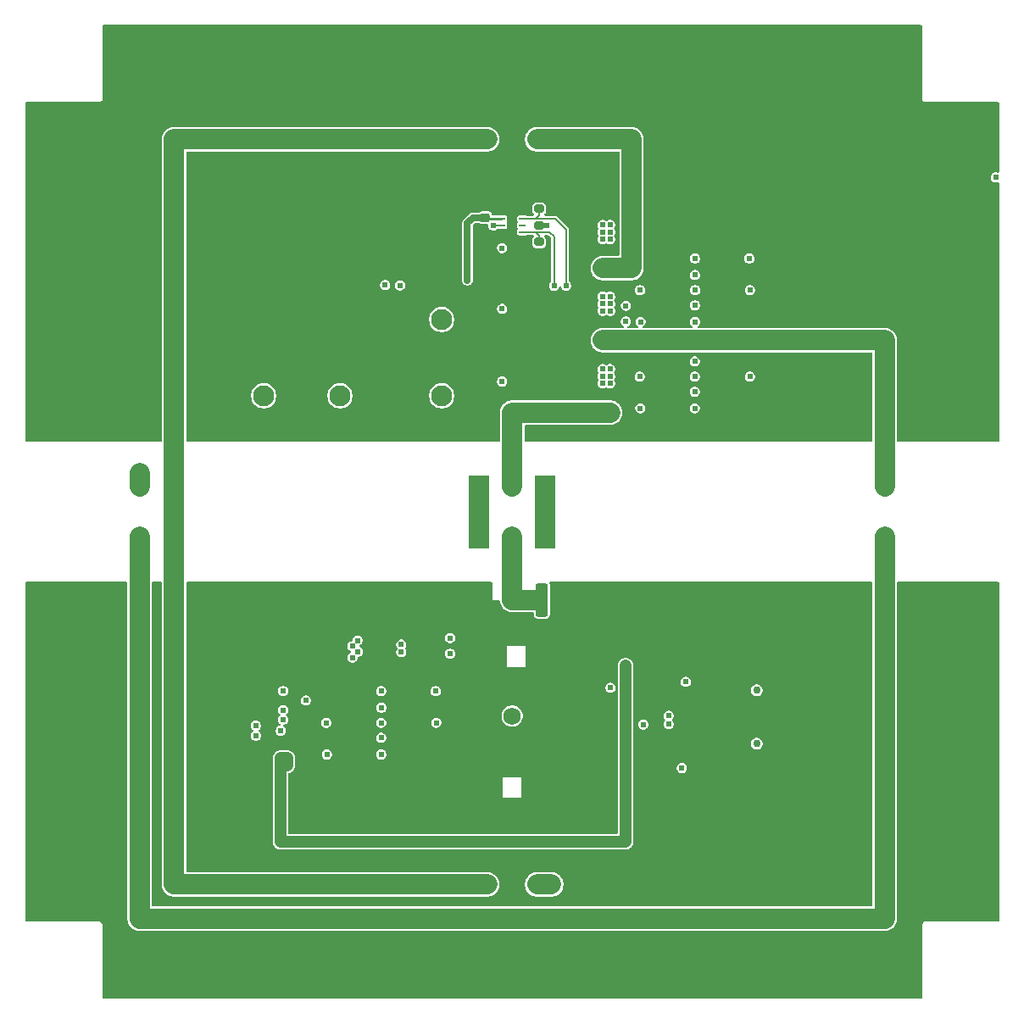
<source format=gbr>
%TF.GenerationSoftware,KiCad,Pcbnew,9.0.1*%
%TF.CreationDate,2025-06-25T17:25:18-04:00*%
%TF.ProjectId,-Z,2d5a2e6b-6963-4616-945f-706362585858,rev?*%
%TF.SameCoordinates,Original*%
%TF.FileFunction,Copper,L1,Top*%
%TF.FilePolarity,Positive*%
%FSLAX46Y46*%
G04 Gerber Fmt 4.6, Leading zero omitted, Abs format (unit mm)*
G04 Created by KiCad (PCBNEW 9.0.1) date 2025-06-25 17:25:18*
%MOMM*%
%LPD*%
G01*
G04 APERTURE LIST*
G04 Aperture macros list*
%AMRoundRect*
0 Rectangle with rounded corners*
0 $1 Rounding radius*
0 $2 $3 $4 $5 $6 $7 $8 $9 X,Y pos of 4 corners*
0 Add a 4 corners polygon primitive as box body*
4,1,4,$2,$3,$4,$5,$6,$7,$8,$9,$2,$3,0*
0 Add four circle primitives for the rounded corners*
1,1,$1+$1,$2,$3*
1,1,$1+$1,$4,$5*
1,1,$1+$1,$6,$7*
1,1,$1+$1,$8,$9*
0 Add four rect primitives between the rounded corners*
20,1,$1+$1,$2,$3,$4,$5,0*
20,1,$1+$1,$4,$5,$6,$7,0*
20,1,$1+$1,$6,$7,$8,$9,0*
20,1,$1+$1,$8,$9,$2,$3,0*%
G04 Aperture macros list end*
%TA.AperFunction,ComponentPad*%
%ADD10C,0.762000*%
%TD*%
%TA.AperFunction,ComponentPad*%
%ADD11C,3.800000*%
%TD*%
%TA.AperFunction,ConnectorPad*%
%ADD12C,5.600000*%
%TD*%
%TA.AperFunction,SMDPad,CuDef*%
%ADD13R,2.000000X7.400000*%
%TD*%
%TA.AperFunction,SMDPad,CuDef*%
%ADD14RoundRect,0.200000X0.275000X-0.200000X0.275000X0.200000X-0.275000X0.200000X-0.275000X-0.200000X0*%
%TD*%
%TA.AperFunction,ComponentPad*%
%ADD15C,1.500000*%
%TD*%
%TA.AperFunction,SMDPad,CuDef*%
%ADD16R,0.660400X0.254000*%
%TD*%
%TA.AperFunction,SMDPad,CuDef*%
%ADD17R,0.762000X1.447800*%
%TD*%
%TA.AperFunction,ComponentPad*%
%ADD18C,1.727200*%
%TD*%
%TA.AperFunction,SMDPad,CuDef*%
%ADD19RoundRect,0.225000X-0.250000X0.225000X-0.250000X-0.225000X0.250000X-0.225000X0.250000X0.225000X0*%
%TD*%
%TA.AperFunction,SMDPad,CuDef*%
%ADD20RoundRect,0.250000X-0.362500X-1.425000X0.362500X-1.425000X0.362500X1.425000X-0.362500X1.425000X0*%
%TD*%
%TA.AperFunction,ComponentPad*%
%ADD21C,2.100000*%
%TD*%
%TA.AperFunction,ViaPad*%
%ADD22C,0.609600*%
%TD*%
%TA.AperFunction,ViaPad*%
%ADD23C,1.016000*%
%TD*%
%TA.AperFunction,ViaPad*%
%ADD24C,0.762000*%
%TD*%
%TA.AperFunction,Conductor*%
%ADD25C,2.032000*%
%TD*%
%TA.AperFunction,Conductor*%
%ADD26C,0.635000*%
%TD*%
%TA.AperFunction,Conductor*%
%ADD27C,0.254000*%
%TD*%
%TA.AperFunction,Conductor*%
%ADD28C,1.143000*%
%TD*%
%TA.AperFunction,Conductor*%
%ADD29C,0.203200*%
%TD*%
G04 APERTURE END LIST*
D10*
%TO.P,H2,1,1*%
%TO.N,GND*%
X144200001Y-145800000D03*
X143555751Y-147355750D03*
X143555751Y-144244250D03*
X142000001Y-148000000D03*
D11*
X142000001Y-145800000D03*
D12*
X142000001Y-145800000D03*
D10*
X142000001Y-143600000D03*
X140444251Y-147355750D03*
X140444251Y-144244250D03*
X139800001Y-145800000D03*
%TD*%
D13*
%TO.P,AE2,1,1*%
%TO.N,Net-(AE2-Pad1)*%
X160700000Y-99999999D03*
%TD*%
%TO.P,AE1,1,1*%
%TO.N,Net-(AE1-Pad1)*%
X167300000Y-100000000D03*
%TD*%
D14*
%TO.P,R1,1*%
%TO.N,/Light Sensor/ADDR*%
X166692401Y-71399600D03*
%TO.P,R1,2*%
%TO.N,/Light Sensor/I2C Protection/DEVICE*%
X166692401Y-69749600D03*
%TD*%
%TO.P,R2,1*%
%TO.N,/Light Sensor/I2C Protection1/DEVICE*%
X166692400Y-73050600D03*
%TO.P,R2,2*%
%TO.N,/Light Sensor/ADDR*%
X166692400Y-71400600D03*
%TD*%
D15*
%TO.P,JP5,1,A*%
%TO.N,/Burn Wires/VBURN3*%
X164000001Y-96100000D03*
X164000001Y-97499999D03*
%TO.P,JP5,2,B*%
%TO.N,Net-(JP5-B)*%
X164000001Y-102499999D03*
X164000001Y-103899998D03*
%TD*%
D10*
%TO.P,H8,1,1*%
%TO.N,GND*%
X212000000Y-121999999D03*
X211355750Y-123555749D03*
X211355750Y-120444249D03*
X209800000Y-124199999D03*
D11*
X209800000Y-121999999D03*
D12*
X209800000Y-121999999D03*
D10*
X209800000Y-119799999D03*
X208244250Y-123555749D03*
X208244250Y-120444249D03*
X207600000Y-121999999D03*
%TD*%
%TO.P,H5,1,1*%
%TO.N,GND*%
X144200001Y-54200000D03*
X143555751Y-55755750D03*
X143555751Y-52644250D03*
X142000001Y-56400000D03*
D11*
X142000001Y-54200000D03*
D12*
X142000001Y-54200000D03*
D10*
X142000001Y-52000000D03*
X140444251Y-55755750D03*
X140444251Y-52644250D03*
X139800001Y-54200000D03*
%TD*%
D16*
%TO.P,U1,1,VDD*%
%TO.N,/Light Sensor/LS_3V3*%
X162971301Y-70749601D03*
%TO.P,U1,2,ADDR*%
%TO.N,/Light Sensor/ADDR*%
X162971301Y-71399600D03*
%TO.P,U1,3,GND*%
%TO.N,GND*%
X162971301Y-72049599D03*
%TO.P,U1,4,SCL*%
%TO.N,/Light Sensor/I2C Protection1/DEVICE*%
X165028701Y-72049599D03*
%TO.P,U1,5,INT*%
%TO.N,unconnected-(U1-INT-Pad5)*%
X165028701Y-71399600D03*
%TO.P,U1,6,SDA*%
%TO.N,/Light Sensor/I2C Protection/DEVICE*%
X165028701Y-70749601D03*
D17*
%TO.P,U1,7,EPAD*%
%TO.N,GND*%
X164000001Y-71399600D03*
%TD*%
D10*
%TO.P,H7,1,1*%
%TO.N,GND*%
X212000000Y-78000000D03*
X211355750Y-79555750D03*
X211355750Y-76444250D03*
X209800000Y-80200000D03*
D11*
X209800000Y-78000000D03*
D12*
X209800000Y-78000000D03*
D10*
X209800000Y-75800000D03*
X208244250Y-79555750D03*
X208244250Y-76444250D03*
X207600000Y-78000000D03*
%TD*%
D18*
%TO.P,AE3,1,A*%
%TO.N,/Interfaces/GPS*%
X164000000Y-120400000D03*
%TD*%
D19*
%TO.P,C1,1*%
%TO.N,/Light Sensor/LS_3V3*%
X161307600Y-70624599D03*
%TO.P,C1,2*%
%TO.N,GND*%
X161307600Y-72174599D03*
%TD*%
D15*
%TO.P,JP1,1,A*%
%TO.N,/Burn Wires/VBURN1*%
X167900000Y-62789000D03*
X166500001Y-62789000D03*
%TO.P,JP1,2,B*%
%TO.N,Net-(JP1-B)*%
X161500001Y-62789000D03*
X160100002Y-62789000D03*
%TD*%
D10*
%TO.P,H4,1,1*%
%TO.N,GND*%
X120400001Y-78000000D03*
X119755751Y-79555750D03*
X119755751Y-76444250D03*
X118200001Y-80200000D03*
D11*
X118200001Y-78000000D03*
D12*
X118200001Y-78000000D03*
D10*
X118200001Y-75800000D03*
X116644251Y-79555750D03*
X116644251Y-76444250D03*
X116000001Y-78000000D03*
%TD*%
D20*
%TO.P,R36,1*%
%TO.N,GND*%
X161037501Y-108788400D03*
%TO.P,R36,2*%
%TO.N,Net-(JP5-B)*%
X166962501Y-108788400D03*
%TD*%
D10*
%TO.P,H3,1,1*%
%TO.N,GND*%
X120400001Y-121999999D03*
X119755751Y-123555749D03*
X119755751Y-120444249D03*
X118200001Y-124199999D03*
D11*
X118200001Y-121999999D03*
D12*
X118200001Y-121999999D03*
D10*
X118200001Y-119799999D03*
X116644251Y-123555749D03*
X116644251Y-120444249D03*
X116000001Y-121999999D03*
%TD*%
D15*
%TO.P,JP4,1,A*%
%TO.N,Net-(JP3-B)*%
X126789000Y-103899999D03*
X126789000Y-102500000D03*
%TO.P,JP4,2,B*%
%TO.N,Net-(JP4-B)*%
X126789000Y-97500000D03*
X126789000Y-96100001D03*
%TD*%
D10*
%TO.P,H1,1,1*%
%TO.N,GND*%
X188200000Y-145800000D03*
X187555750Y-147355750D03*
X187555750Y-144244250D03*
X186000000Y-148000000D03*
D11*
X186000000Y-145800000D03*
D12*
X186000000Y-145800000D03*
D10*
X186000000Y-143600000D03*
X184444250Y-147355750D03*
X184444250Y-144244250D03*
X183800000Y-145800000D03*
%TD*%
%TO.P,H6,1,1*%
%TO.N,GND*%
X188200000Y-54200000D03*
X187555750Y-55755750D03*
X187555750Y-52644250D03*
X186000000Y-56400000D03*
D11*
X186000000Y-54200000D03*
D12*
X186000000Y-54200000D03*
D10*
X186000000Y-52000000D03*
X184444250Y-55755750D03*
X184444250Y-52644250D03*
X183800000Y-54200000D03*
%TD*%
D21*
%TO.P,U2,11,11*%
%TO.N,/Burn Wires/VBURN_A_IN*%
X146793600Y-88417600D03*
%TO.P,U2,12,12*%
%TO.N,GND*%
X139173600Y-80797600D03*
%TO.P,U2,14,14*%
%TO.N,VBATT*%
X139173600Y-88417600D03*
%TO.P,U2,A1,A1*%
X156953600Y-88417600D03*
%TO.P,U2,A2,A2*%
%TO.N,Net-(D1-A)*%
X156953600Y-80797600D03*
%TD*%
D15*
%TO.P,JP3,1,A*%
%TO.N,/Burn Wires/VBURN2*%
X201211001Y-97500000D03*
X201211001Y-96100001D03*
%TO.P,JP3,2,B*%
%TO.N,Net-(JP3-B)*%
X201211001Y-103899999D03*
X201211001Y-102500000D03*
%TD*%
%TO.P,JP2,1,A*%
%TO.N,Net-(JP1-B)*%
X161500001Y-137211000D03*
X160100002Y-137211000D03*
%TO.P,JP2,2,B*%
%TO.N,Net-(JP2-B)*%
X167900000Y-137211000D03*
X166500001Y-137211000D03*
%TD*%
D22*
%TO.N,GND*%
X161400000Y-128372600D03*
X165100000Y-110900000D03*
X162900000Y-113000000D03*
X163600000Y-111600000D03*
X162200000Y-125972600D03*
X162200000Y-129172600D03*
X165100000Y-115900000D03*
X165000001Y-125972600D03*
X185670201Y-121018798D03*
X165800000Y-125972600D03*
X165500000Y-121200000D03*
X162500000Y-119600000D03*
X163000001Y-121968599D03*
X166600000Y-126772600D03*
X166600000Y-128372600D03*
X164400000Y-115900000D03*
X163000001Y-125171799D03*
X152888399Y-123395400D03*
X163000001Y-125972600D03*
X165000001Y-122769399D03*
X162900000Y-110900000D03*
X164000000Y-118600000D03*
X162925001Y-113756200D03*
X184243801Y-80213400D03*
X165100000Y-111600000D03*
X163000000Y-118900000D03*
X165000001Y-124370999D03*
X165000000Y-118900000D03*
X162900000Y-111600000D03*
X164000000Y-129172600D03*
X161400000Y-125972600D03*
X163600000Y-110900000D03*
X165875001Y-114391200D03*
X165875001Y-115026200D03*
X163000001Y-122769399D03*
X148920200Y-118719600D03*
X165800000Y-112300000D03*
X165800000Y-111600000D03*
X162925001Y-114391200D03*
X165000001Y-121968599D03*
X162200000Y-120400000D03*
X163000001Y-123570199D03*
X166600000Y-127572600D03*
X162925001Y-115026200D03*
X165000001Y-125171799D03*
X161400000Y-127572600D03*
X162900000Y-115900000D03*
X163000000Y-129172600D03*
X162500000Y-121200000D03*
X162900000Y-110200000D03*
X166600000Y-125972600D03*
X165500000Y-119600000D03*
X165000000Y-129172600D03*
X179265400Y-84379000D03*
X165800000Y-120400000D03*
X165000001Y-123570199D03*
X182165000Y-120497799D03*
X163000001Y-124370999D03*
X161400000Y-129172600D03*
X161400000Y-126772600D03*
X165875001Y-113756200D03*
X165900000Y-115900000D03*
X162900000Y-112300000D03*
X163703000Y-115900000D03*
X165800000Y-113000000D03*
X184228800Y-88820999D03*
X165800000Y-129172600D03*
X180281401Y-75514399D03*
X166600000Y-129172600D03*
D23*
%TO.N,Net-(AE1-Pad1)*%
X167300000Y-100000000D03*
%TO.N,Net-(AE2-Pad1)*%
X160700000Y-99999999D03*
D22*
%TO.N,BURN_RELAY_A*%
X148556800Y-112852399D03*
X152798600Y-77380800D03*
%TO.N,SDA*%
X182237201Y-89661200D03*
X182252200Y-74699600D03*
X141114601Y-119796799D03*
X150917600Y-124230600D03*
%TO.N,SCL*%
X150917599Y-117907000D03*
X182252201Y-81023200D03*
X141114601Y-117896800D03*
%TO.N,/Burn Wires/VBURN1*%
X173042401Y-74955600D03*
X173779001Y-74955600D03*
X173779000Y-76378000D03*
X173779001Y-75666799D03*
X173042400Y-76378000D03*
X173042401Y-75666799D03*
%TO.N,/Burn Wires/VBURN2*%
X173042400Y-83566200D03*
X173779001Y-82143800D03*
X173779000Y-83566200D03*
X173042401Y-82143800D03*
X173779001Y-82854999D03*
X173042401Y-82854999D03*
%TO.N,/Burn Wires/VBURN3*%
X173042400Y-90805200D03*
X173042401Y-89382800D03*
X173779000Y-89382799D03*
X173779001Y-90093999D03*
X173779000Y-90805200D03*
X173042401Y-90093999D03*
%TO.N,SCL_M*%
X182237200Y-84987599D03*
X179625001Y-120370803D03*
%TO.N,SDA_M*%
X182237200Y-88011199D03*
X179625001Y-121209000D03*
%TO.N,SCL_IO*%
X150926600Y-119565999D03*
X152925600Y-113258796D03*
%TO.N,BURN_EN1*%
X162984001Y-73660200D03*
X148048800Y-114554200D03*
%TO.N,BURN_EN2*%
X162984001Y-79743000D03*
X148559567Y-113977544D03*
%TO.N,SDA_IO*%
X152925600Y-114020800D03*
X150917599Y-122580599D03*
%TO.N,BURN_EN3*%
X148044222Y-113416236D03*
X162984001Y-86982000D03*
%TO.N,/Light Sensor/LS_3V3*%
X182262601Y-77861400D03*
X187687802Y-74699600D03*
X187750800Y-77861400D03*
X176753600Y-77861399D03*
X159529601Y-76885999D03*
X176816600Y-81023200D03*
X175353801Y-80985701D03*
%TO.N,COIL_DRIVER_EN*%
X141114601Y-120751799D03*
X173812200Y-117589800D03*
%TO.N,/GPIO Expander/GE_3V3*%
X145418999Y-121068800D03*
X157802401Y-114173301D03*
X156416200Y-121068800D03*
X156353200Y-117907000D03*
X150907199Y-121068799D03*
X145482000Y-124230600D03*
%TO.N,/Burn Wires/VBURN_A_IN*%
X151300001Y-77355399D03*
X173779001Y-71348799D03*
X173779000Y-78511599D03*
X173779000Y-87173000D03*
X173779000Y-72771199D03*
X173779001Y-79222800D03*
X173779000Y-79934000D03*
X173042401Y-71348799D03*
X173779001Y-86461800D03*
X173042401Y-86461800D03*
X173042400Y-72060000D03*
X173042401Y-87172999D03*
X173042401Y-79933999D03*
X173779000Y-72060000D03*
X173042400Y-78511599D03*
X173042401Y-72771200D03*
X173779000Y-85750600D03*
X173042400Y-85750600D03*
X173042401Y-79222800D03*
%TO.N,3V3_P*%
X175353801Y-79410698D03*
X138398801Y-122359991D03*
X180945800Y-125590000D03*
X138398801Y-121359989D03*
X177085200Y-121234401D03*
X181340000Y-116992600D03*
X176738601Y-86499399D03*
X140873001Y-121869400D03*
X157802401Y-112598298D03*
X187735801Y-86499399D03*
X143389601Y-118846800D03*
X176801600Y-89661200D03*
X182247600Y-86499399D03*
%TO.N,VBATT_M*%
X175308401Y-116306800D03*
X175308400Y-115375902D03*
X140835201Y-124612600D03*
X175308401Y-117246600D03*
X141546400Y-125323799D03*
X141546400Y-124612600D03*
X140835201Y-125323799D03*
%TO.N,/Light Sensor/I2C Protection/DEVICE*%
X182252201Y-76349600D03*
X169384801Y-77419400D03*
%TO.N,/Light Sensor/I2C Protection1/DEVICE*%
X182252201Y-79373200D03*
X168191001Y-77419400D03*
%TO.N,/Light Sensor/ADDR*%
X162118879Y-71401124D03*
X167454400Y-71399599D03*
D24*
%TO.N,/Coil Driver/coil*%
X188438800Y-123164801D03*
X188438801Y-117830802D03*
D22*
X212285401Y-66599000D03*
%TD*%
D25*
%TO.N,Net-(JP1-B)*%
X131742000Y-62789000D02*
X130218001Y-62789000D01*
X130218001Y-62789000D02*
X130218001Y-137211000D01*
X161500000Y-62789000D02*
X131742000Y-62789000D01*
X130218001Y-137211000D02*
X161500000Y-137211000D01*
%TO.N,/Burn Wires/VBURN1*%
X175912600Y-62789000D02*
X175912601Y-75666799D01*
X166500001Y-62789000D02*
X175912600Y-62789000D01*
X175912601Y-75666799D02*
X173042401Y-75666799D01*
%TO.N,/Burn Wires/VBURN2*%
X173042401Y-82854999D02*
X201211001Y-82854999D01*
X201211001Y-82854999D02*
X201211001Y-97500000D01*
%TO.N,Net-(JP2-B)*%
X166500001Y-137211000D02*
X167900000Y-137211000D01*
%TO.N,Net-(JP3-B)*%
X201211000Y-140640000D02*
X201211001Y-102500000D01*
X126789001Y-140640000D02*
X201211000Y-140640000D01*
X126789000Y-102500000D02*
X126789001Y-140640000D01*
%TO.N,/Burn Wires/VBURN3*%
X164000001Y-90094000D02*
X164000001Y-97499999D01*
X173779001Y-90093999D02*
X164000001Y-90094000D01*
%TO.N,Net-(JP4-B)*%
X126789000Y-97500000D02*
X126789000Y-96100000D01*
%TO.N,Net-(JP5-B)*%
X164000000Y-102500000D02*
X164000000Y-108788400D01*
X164000000Y-108788400D02*
X166400000Y-108788400D01*
D26*
%TO.N,/Light Sensor/LS_3V3*%
X159529600Y-71145600D02*
X160050601Y-70624599D01*
D27*
X161432602Y-70749601D02*
X161307601Y-70624600D01*
X162996701Y-70749601D02*
X161432602Y-70749601D01*
D26*
X160050601Y-70624599D02*
X161307601Y-70624600D01*
X159529601Y-76885999D02*
X159529600Y-71145600D01*
D28*
%TO.N,VBATT_M*%
X141546400Y-125323799D02*
X140835201Y-125323799D01*
X140835201Y-132969199D02*
X140835201Y-124612600D01*
X175308401Y-117246600D02*
X175308401Y-116306800D01*
X175308401Y-116306800D02*
X175308400Y-115375902D01*
X141546400Y-124612600D02*
X140835201Y-124612600D01*
X141546400Y-124612600D02*
X141546400Y-125323799D01*
X175308401Y-132969200D02*
X140835201Y-132969199D01*
X175308401Y-117246600D02*
X175308401Y-132969200D01*
D29*
%TO.N,/Light Sensor/I2C Protection/DEVICE*%
X165064502Y-70739199D02*
X165054100Y-70749601D01*
X169384800Y-71831400D02*
X168292600Y-70739200D01*
X166692400Y-70383599D02*
X166692401Y-69749600D01*
X168292600Y-70739200D02*
X165064502Y-70739199D01*
X166336800Y-70739199D02*
X166692400Y-70383599D01*
X169384801Y-77419400D02*
X169384800Y-71831400D01*
%TO.N,/Light Sensor/I2C Protection1/DEVICE*%
X168191001Y-72517200D02*
X167729400Y-72055600D01*
X166357801Y-72055599D02*
X166692401Y-72390199D01*
X165060101Y-72055599D02*
X165054101Y-72049599D01*
X167729400Y-72055600D02*
X165060101Y-72055599D01*
X166692401Y-72390199D02*
X166692400Y-73050600D01*
X168191001Y-77419400D02*
X168191001Y-72517200D01*
%TO.N,/Light Sensor/ADDR*%
X162118879Y-71401124D02*
X162128065Y-71391939D01*
X162989039Y-71391939D02*
X162996700Y-71399599D01*
X166692401Y-71399599D02*
X167454400Y-71399599D01*
X162128065Y-71391939D02*
X162989039Y-71391939D01*
%TD*%
%TA.AperFunction,Conductor*%
%TO.N,GND*%
G36*
X125527831Y-107019213D02*
G01*
X125564376Y-107069513D01*
X125569300Y-107100600D01*
X125569300Y-140735994D01*
X125569301Y-140735999D01*
X125599332Y-140925607D01*
X125599336Y-140925623D01*
X125658659Y-141108202D01*
X125745815Y-141279253D01*
X125745820Y-141279262D01*
X125796892Y-141349557D01*
X125858664Y-141434580D01*
X125858666Y-141434582D01*
X125994419Y-141570335D01*
X126149739Y-141683181D01*
X126149747Y-141683185D01*
X126320798Y-141770341D01*
X126503377Y-141829664D01*
X126503380Y-141829664D01*
X126503387Y-141829667D01*
X126503392Y-141829667D01*
X126503393Y-141829668D01*
X126693001Y-141859699D01*
X126693006Y-141859700D01*
X126693008Y-141859700D01*
X201306995Y-141859700D01*
X201306999Y-141859699D01*
X201496614Y-141829667D01*
X201679202Y-141770341D01*
X201850262Y-141683181D01*
X202005582Y-141570335D01*
X202141335Y-141434582D01*
X202254181Y-141279262D01*
X202341341Y-141108202D01*
X202400667Y-140925614D01*
X202430700Y-140735993D01*
X202430701Y-107100600D01*
X202449914Y-107041469D01*
X202500214Y-107004924D01*
X202531301Y-107000000D01*
X212522981Y-107000000D01*
X212582112Y-107019213D01*
X212618657Y-107069513D01*
X212623581Y-107100600D01*
X212623581Y-140822980D01*
X212604368Y-140882111D01*
X212554068Y-140918656D01*
X212522981Y-140923580D01*
X205250441Y-140923580D01*
X205154705Y-140949233D01*
X205068876Y-140998787D01*
X205068875Y-140998788D01*
X205068874Y-140998789D01*
X204998790Y-141068873D01*
X204998789Y-141068874D01*
X204998788Y-141068875D01*
X204949234Y-141154704D01*
X204923581Y-141250440D01*
X204923580Y-141250443D01*
X204923580Y-148522980D01*
X204904367Y-148582111D01*
X204854067Y-148618656D01*
X204822980Y-148623580D01*
X123177021Y-148623580D01*
X123117890Y-148604367D01*
X123081345Y-148554067D01*
X123076421Y-148522980D01*
X123076420Y-141250443D01*
X123076419Y-141250440D01*
X123050766Y-141154704D01*
X123001212Y-141068875D01*
X123001211Y-141068873D01*
X122931127Y-140998789D01*
X122931124Y-140998787D01*
X122845295Y-140949233D01*
X122749559Y-140923580D01*
X122749557Y-140923580D01*
X115477020Y-140923580D01*
X115417889Y-140904367D01*
X115381344Y-140854067D01*
X115376420Y-140822980D01*
X115376420Y-107100600D01*
X115395633Y-107041469D01*
X115445933Y-107004924D01*
X115477020Y-107000000D01*
X125468700Y-107000000D01*
X125527831Y-107019213D01*
G37*
%TD.AperFunction*%
%TA.AperFunction,Conductor*%
G36*
X128956832Y-107019213D02*
G01*
X128993377Y-107069513D01*
X128998301Y-107100600D01*
X128998301Y-137306999D01*
X129028332Y-137496607D01*
X129028336Y-137496623D01*
X129087659Y-137679202D01*
X129174815Y-137850253D01*
X129174820Y-137850262D01*
X129231243Y-137927922D01*
X129287664Y-138005580D01*
X129287666Y-138005582D01*
X129423419Y-138141335D01*
X129578739Y-138254181D01*
X129578747Y-138254185D01*
X129749798Y-138341341D01*
X129932377Y-138400664D01*
X129932380Y-138400664D01*
X129932387Y-138400667D01*
X129932392Y-138400667D01*
X129932393Y-138400668D01*
X130122001Y-138430699D01*
X130122006Y-138430700D01*
X130122008Y-138430700D01*
X161595995Y-138430700D01*
X161595999Y-138430699D01*
X161785614Y-138400667D01*
X161968202Y-138341341D01*
X162139262Y-138254181D01*
X162294582Y-138141335D01*
X162430335Y-138005582D01*
X162543181Y-137850262D01*
X162630341Y-137679202D01*
X162689667Y-137496614D01*
X162719700Y-137306993D01*
X162719700Y-137115007D01*
X162719699Y-137115000D01*
X165280301Y-137115000D01*
X165280301Y-137306999D01*
X165310332Y-137496607D01*
X165310336Y-137496623D01*
X165369659Y-137679202D01*
X165456815Y-137850253D01*
X165456820Y-137850262D01*
X165513243Y-137927922D01*
X165569664Y-138005580D01*
X165569666Y-138005582D01*
X165705419Y-138141335D01*
X165860739Y-138254181D01*
X165860747Y-138254185D01*
X166031798Y-138341341D01*
X166214377Y-138400664D01*
X166214380Y-138400664D01*
X166214387Y-138400667D01*
X166214392Y-138400667D01*
X166214393Y-138400668D01*
X166404001Y-138430699D01*
X166404006Y-138430700D01*
X166404008Y-138430700D01*
X167995995Y-138430700D01*
X167995999Y-138430699D01*
X168185614Y-138400667D01*
X168368202Y-138341341D01*
X168539262Y-138254181D01*
X168694582Y-138141335D01*
X168830335Y-138005582D01*
X168943181Y-137850262D01*
X169030341Y-137679202D01*
X169089667Y-137496614D01*
X169119700Y-137306993D01*
X169119700Y-137115007D01*
X169089667Y-136925386D01*
X169030341Y-136742798D01*
X169030341Y-136742797D01*
X168943185Y-136571746D01*
X168943181Y-136571738D01*
X168830335Y-136416418D01*
X168694582Y-136280665D01*
X168694580Y-136280663D01*
X168616922Y-136224242D01*
X168539262Y-136167819D01*
X168539256Y-136167816D01*
X168539253Y-136167814D01*
X168368202Y-136080658D01*
X168185623Y-136021335D01*
X168185607Y-136021331D01*
X167995999Y-135991300D01*
X167995993Y-135991300D01*
X166404008Y-135991300D01*
X166404001Y-135991300D01*
X166214393Y-136021331D01*
X166214377Y-136021335D01*
X166031798Y-136080658D01*
X165860747Y-136167814D01*
X165860736Y-136167821D01*
X165705420Y-136280663D01*
X165569664Y-136416419D01*
X165456822Y-136571735D01*
X165456815Y-136571746D01*
X165369659Y-136742797D01*
X165310336Y-136925376D01*
X165310332Y-136925392D01*
X165280301Y-137115000D01*
X162719699Y-137115000D01*
X162689667Y-136925386D01*
X162630341Y-136742798D01*
X162630341Y-136742797D01*
X162543185Y-136571746D01*
X162543181Y-136571738D01*
X162430335Y-136416418D01*
X162294582Y-136280665D01*
X162294580Y-136280663D01*
X162216922Y-136224242D01*
X162139262Y-136167819D01*
X162139256Y-136167816D01*
X162139253Y-136167814D01*
X161968202Y-136080658D01*
X161785623Y-136021335D01*
X161785607Y-136021331D01*
X161595999Y-135991300D01*
X161595993Y-135991300D01*
X131538301Y-135991300D01*
X131479170Y-135972087D01*
X131442625Y-135921787D01*
X131437701Y-135890700D01*
X131437701Y-124536249D01*
X140060001Y-124536249D01*
X140060001Y-133045549D01*
X140089790Y-133195315D01*
X140089791Y-133195317D01*
X140148228Y-133336394D01*
X140148229Y-133336395D01*
X140233062Y-133463358D01*
X140341041Y-133571337D01*
X140372567Y-133592402D01*
X140468006Y-133656172D01*
X140609083Y-133714609D01*
X140758850Y-133744399D01*
X175212037Y-133744399D01*
X175212041Y-133744400D01*
X175232050Y-133744400D01*
X175384751Y-133744400D01*
X175384752Y-133744400D01*
X175534519Y-133714610D01*
X175675596Y-133656173D01*
X175802562Y-133571337D01*
X175910538Y-133463361D01*
X175995374Y-133336395D01*
X176053811Y-133195318D01*
X176083601Y-133045551D01*
X176083601Y-132892849D01*
X176083601Y-132892848D01*
X176083601Y-125523049D01*
X180437300Y-125523049D01*
X180437300Y-125656950D01*
X180471951Y-125786270D01*
X180471951Y-125786271D01*
X180471953Y-125786274D01*
X180538899Y-125902226D01*
X180633574Y-125996901D01*
X180657601Y-126010773D01*
X180749528Y-126063848D01*
X180878849Y-126098499D01*
X180878853Y-126098499D01*
X180878855Y-126098500D01*
X180878857Y-126098500D01*
X181012743Y-126098500D01*
X181012745Y-126098500D01*
X181012747Y-126098499D01*
X181012750Y-126098499D01*
X181142070Y-126063848D01*
X181142071Y-126063848D01*
X181142071Y-126063847D01*
X181142074Y-126063847D01*
X181258026Y-125996901D01*
X181352701Y-125902226D01*
X181419647Y-125786274D01*
X181454300Y-125656945D01*
X181454300Y-125523055D01*
X181454299Y-125523053D01*
X181454299Y-125523049D01*
X181419648Y-125393729D01*
X181419648Y-125393728D01*
X181352700Y-125277773D01*
X181258026Y-125183099D01*
X181142071Y-125116151D01*
X181012750Y-125081500D01*
X181012745Y-125081500D01*
X180878855Y-125081500D01*
X180878849Y-125081500D01*
X180749529Y-125116151D01*
X180749528Y-125116151D01*
X180633573Y-125183099D01*
X180538899Y-125277773D01*
X180471951Y-125393728D01*
X180471951Y-125393729D01*
X180437300Y-125523049D01*
X176083601Y-125523049D01*
X176083601Y-123087821D01*
X187854100Y-123087821D01*
X187854100Y-123241780D01*
X187893948Y-123390490D01*
X187970924Y-123523815D01*
X188079785Y-123632676D01*
X188079784Y-123632676D01*
X188213110Y-123709652D01*
X188213111Y-123709652D01*
X188213114Y-123709654D01*
X188361823Y-123749501D01*
X188361825Y-123749501D01*
X188515775Y-123749501D01*
X188515777Y-123749501D01*
X188664486Y-123709654D01*
X188797814Y-123632677D01*
X188906676Y-123523815D01*
X188983653Y-123390487D01*
X189023500Y-123241778D01*
X189023500Y-123087824D01*
X188983653Y-122939115D01*
X188906676Y-122805787D01*
X188797814Y-122696925D01*
X188797815Y-122696925D01*
X188664489Y-122619949D01*
X188664486Y-122619948D01*
X188624644Y-122609272D01*
X188515779Y-122580101D01*
X188515777Y-122580101D01*
X188361823Y-122580101D01*
X188361820Y-122580101D01*
X188213110Y-122619949D01*
X188079785Y-122696925D01*
X187970924Y-122805786D01*
X187893948Y-122939111D01*
X187854100Y-123087821D01*
X176083601Y-123087821D01*
X176083601Y-121167450D01*
X176576700Y-121167450D01*
X176576700Y-121301351D01*
X176611351Y-121430671D01*
X176611351Y-121430672D01*
X176637349Y-121475701D01*
X176678299Y-121546627D01*
X176772974Y-121641302D01*
X176844931Y-121682847D01*
X176888928Y-121708249D01*
X177018249Y-121742900D01*
X177018253Y-121742900D01*
X177018255Y-121742901D01*
X177018257Y-121742901D01*
X177152143Y-121742901D01*
X177152145Y-121742901D01*
X177152147Y-121742900D01*
X177152150Y-121742900D01*
X177281470Y-121708249D01*
X177281471Y-121708249D01*
X177281471Y-121708248D01*
X177281474Y-121708248D01*
X177397426Y-121641302D01*
X177492101Y-121546627D01*
X177559047Y-121430675D01*
X177572350Y-121381026D01*
X177593699Y-121301351D01*
X177593700Y-121301344D01*
X177593700Y-121167457D01*
X177593699Y-121167450D01*
X177559048Y-121038130D01*
X177559048Y-121038129D01*
X177544383Y-121012729D01*
X177492101Y-120922175D01*
X177397426Y-120827500D01*
X177332304Y-120789901D01*
X177281471Y-120760552D01*
X177152150Y-120725901D01*
X177152145Y-120725901D01*
X177018255Y-120725901D01*
X177018249Y-120725901D01*
X176888929Y-120760552D01*
X176888928Y-120760552D01*
X176772973Y-120827500D01*
X176678299Y-120922174D01*
X176611351Y-121038129D01*
X176611351Y-121038130D01*
X176576700Y-121167450D01*
X176083601Y-121167450D01*
X176083601Y-120303852D01*
X179116501Y-120303852D01*
X179116501Y-120437753D01*
X179151152Y-120567073D01*
X179151152Y-120567074D01*
X179218100Y-120683029D01*
X179253837Y-120718766D01*
X179282063Y-120774164D01*
X179272337Y-120835572D01*
X179253838Y-120861035D01*
X179218100Y-120896773D01*
X179151152Y-121012728D01*
X179151152Y-121012729D01*
X179116501Y-121142049D01*
X179116501Y-121275950D01*
X179151152Y-121405270D01*
X179151152Y-121405271D01*
X179191815Y-121475700D01*
X179218100Y-121521226D01*
X179312775Y-121615901D01*
X179428727Y-121682847D01*
X179428729Y-121682848D01*
X179558050Y-121717499D01*
X179558054Y-121717499D01*
X179558056Y-121717500D01*
X179558058Y-121717500D01*
X179691944Y-121717500D01*
X179691946Y-121717500D01*
X179691948Y-121717499D01*
X179691951Y-121717499D01*
X179821271Y-121682848D01*
X179821272Y-121682848D01*
X179821272Y-121682847D01*
X179821275Y-121682847D01*
X179937227Y-121615901D01*
X180031902Y-121521226D01*
X180098848Y-121405274D01*
X180126695Y-121301346D01*
X180133500Y-121275950D01*
X180133501Y-121275943D01*
X180133501Y-121142056D01*
X180133500Y-121142049D01*
X180098849Y-121012729D01*
X180098849Y-121012728D01*
X180092572Y-121001856D01*
X180031902Y-120896774D01*
X179996163Y-120861035D01*
X179967938Y-120805638D01*
X179977664Y-120744230D01*
X179996162Y-120718768D01*
X180031902Y-120683029D01*
X180098848Y-120567077D01*
X180133012Y-120439573D01*
X180133500Y-120437753D01*
X180133501Y-120437746D01*
X180133501Y-120303859D01*
X180133500Y-120303852D01*
X180098849Y-120174532D01*
X180098849Y-120174531D01*
X180098848Y-120174529D01*
X180031902Y-120058577D01*
X179937227Y-119963902D01*
X179821275Y-119896956D01*
X179821272Y-119896954D01*
X179691951Y-119862303D01*
X179691946Y-119862303D01*
X179558056Y-119862303D01*
X179558050Y-119862303D01*
X179428730Y-119896954D01*
X179428729Y-119896954D01*
X179312774Y-119963902D01*
X179218100Y-120058576D01*
X179151152Y-120174531D01*
X179151152Y-120174532D01*
X179116501Y-120303852D01*
X176083601Y-120303852D01*
X176083601Y-117753822D01*
X187854101Y-117753822D01*
X187854101Y-117907781D01*
X187893949Y-118056491D01*
X187970925Y-118189816D01*
X188079786Y-118298677D01*
X188079785Y-118298677D01*
X188213111Y-118375653D01*
X188213112Y-118375653D01*
X188213115Y-118375655D01*
X188361824Y-118415502D01*
X188361826Y-118415502D01*
X188515776Y-118415502D01*
X188515778Y-118415502D01*
X188664487Y-118375655D01*
X188797815Y-118298678D01*
X188906677Y-118189816D01*
X188983654Y-118056488D01*
X189023501Y-117907779D01*
X189023501Y-117753825D01*
X188983654Y-117605116D01*
X188977682Y-117594773D01*
X188936161Y-117522856D01*
X188906677Y-117471788D01*
X188797815Y-117362926D01*
X188797816Y-117362926D01*
X188664490Y-117285950D01*
X188664487Y-117285949D01*
X188624645Y-117275273D01*
X188515780Y-117246102D01*
X188515778Y-117246102D01*
X188361824Y-117246102D01*
X188361821Y-117246102D01*
X188213111Y-117285950D01*
X188079786Y-117362926D01*
X187970925Y-117471787D01*
X187893949Y-117605112D01*
X187854101Y-117753822D01*
X176083601Y-117753822D01*
X176083601Y-117170249D01*
X176083601Y-116925649D01*
X180831500Y-116925649D01*
X180831500Y-117059550D01*
X180866151Y-117188870D01*
X180866151Y-117188871D01*
X180866153Y-117188874D01*
X180933099Y-117304826D01*
X181027774Y-117399501D01*
X181143726Y-117466447D01*
X181143728Y-117466448D01*
X181273049Y-117501099D01*
X181273053Y-117501099D01*
X181273055Y-117501100D01*
X181273057Y-117501100D01*
X181406943Y-117501100D01*
X181406945Y-117501100D01*
X181406947Y-117501099D01*
X181406950Y-117501099D01*
X181516341Y-117471788D01*
X181536270Y-117466448D01*
X181536271Y-117466448D01*
X181536271Y-117466447D01*
X181536274Y-117466447D01*
X181652226Y-117399501D01*
X181746901Y-117304826D01*
X181813847Y-117188874D01*
X181848500Y-117059545D01*
X181848500Y-116925655D01*
X181848499Y-116925653D01*
X181848499Y-116925649D01*
X181813848Y-116796329D01*
X181813848Y-116796328D01*
X181746900Y-116680373D01*
X181652226Y-116585699D01*
X181536271Y-116518751D01*
X181406950Y-116484100D01*
X181406945Y-116484100D01*
X181273055Y-116484100D01*
X181273049Y-116484100D01*
X181143729Y-116518751D01*
X181143728Y-116518751D01*
X181027773Y-116585699D01*
X180933099Y-116680373D01*
X180866151Y-116796328D01*
X180866151Y-116796329D01*
X180831500Y-116925649D01*
X176083601Y-116925649D01*
X176083601Y-116230449D01*
X176083601Y-116210441D01*
X176083600Y-116210435D01*
X176083600Y-115299550D01*
X176053810Y-115149783D01*
X175995373Y-115008706D01*
X175910536Y-114881740D01*
X175802560Y-114773764D01*
X175760620Y-114745741D01*
X175675598Y-114688931D01*
X175675590Y-114688927D01*
X175627184Y-114668876D01*
X175534517Y-114630492D01*
X175534513Y-114630491D01*
X175534516Y-114630491D01*
X175414539Y-114606627D01*
X175384750Y-114600702D01*
X175232048Y-114600702D01*
X175202259Y-114606627D01*
X175082282Y-114630491D01*
X174941211Y-114688925D01*
X174941204Y-114688929D01*
X174814239Y-114773765D01*
X174706263Y-114881740D01*
X174706263Y-114881741D01*
X174621429Y-115008703D01*
X174621425Y-115008711D01*
X174562989Y-115149786D01*
X174533200Y-115299552D01*
X174533201Y-116230449D01*
X174533201Y-132093399D01*
X174513988Y-132152530D01*
X174463688Y-132189075D01*
X174432601Y-132193999D01*
X141711001Y-132193999D01*
X141651870Y-132174786D01*
X141615325Y-132124486D01*
X141610401Y-132093399D01*
X141610401Y-128597599D01*
X163050001Y-128597599D01*
X164950001Y-128597599D01*
X164950001Y-126507599D01*
X163050001Y-126507599D01*
X163050001Y-128597599D01*
X141610401Y-128597599D01*
X141610401Y-126184016D01*
X141629614Y-126124885D01*
X141679914Y-126088340D01*
X141691375Y-126085349D01*
X141772518Y-126069209D01*
X141913595Y-126010772D01*
X142040561Y-125925936D01*
X142148537Y-125817960D01*
X142233373Y-125690994D01*
X142291810Y-125549917D01*
X142321600Y-125400150D01*
X142321600Y-124536249D01*
X142291810Y-124386482D01*
X142233373Y-124245405D01*
X142226666Y-124235367D01*
X142211690Y-124212953D01*
X142211688Y-124212951D01*
X142178746Y-124163649D01*
X144973500Y-124163649D01*
X144973500Y-124297550D01*
X145008151Y-124426870D01*
X145008151Y-124426871D01*
X145008153Y-124426874D01*
X145075099Y-124542826D01*
X145169774Y-124637501D01*
X145285726Y-124704447D01*
X145285728Y-124704448D01*
X145415049Y-124739099D01*
X145415053Y-124739099D01*
X145415055Y-124739100D01*
X145415057Y-124739100D01*
X145548943Y-124739100D01*
X145548945Y-124739100D01*
X145548947Y-124739099D01*
X145548950Y-124739099D01*
X145678270Y-124704448D01*
X145678271Y-124704448D01*
X145678271Y-124704447D01*
X145678274Y-124704447D01*
X145794226Y-124637501D01*
X145888901Y-124542826D01*
X145955847Y-124426874D01*
X145990500Y-124297545D01*
X145990500Y-124163655D01*
X145990499Y-124163653D01*
X145990499Y-124163649D01*
X150409100Y-124163649D01*
X150409100Y-124297550D01*
X150443751Y-124426870D01*
X150443751Y-124426871D01*
X150443753Y-124426874D01*
X150510699Y-124542826D01*
X150605374Y-124637501D01*
X150721326Y-124704447D01*
X150721328Y-124704448D01*
X150850649Y-124739099D01*
X150850653Y-124739099D01*
X150850655Y-124739100D01*
X150850657Y-124739100D01*
X150984543Y-124739100D01*
X150984545Y-124739100D01*
X150984547Y-124739099D01*
X150984550Y-124739099D01*
X151113870Y-124704448D01*
X151113871Y-124704448D01*
X151113871Y-124704447D01*
X151113874Y-124704447D01*
X151229826Y-124637501D01*
X151324501Y-124542826D01*
X151391447Y-124426874D01*
X151426100Y-124297545D01*
X151426100Y-124163655D01*
X151426099Y-124163653D01*
X151426099Y-124163649D01*
X151391448Y-124034329D01*
X151391448Y-124034328D01*
X151377668Y-124010461D01*
X151324501Y-123918374D01*
X151229826Y-123823699D01*
X151113874Y-123756753D01*
X151113871Y-123756751D01*
X150984550Y-123722100D01*
X150984545Y-123722100D01*
X150850655Y-123722100D01*
X150850649Y-123722100D01*
X150721329Y-123756751D01*
X150721328Y-123756751D01*
X150605373Y-123823699D01*
X150510699Y-123918373D01*
X150443751Y-124034328D01*
X150443751Y-124034329D01*
X150409100Y-124163649D01*
X145990499Y-124163649D01*
X145955848Y-124034329D01*
X145955848Y-124034328D01*
X145942068Y-124010461D01*
X145888901Y-123918374D01*
X145794226Y-123823699D01*
X145678274Y-123756753D01*
X145678271Y-123756751D01*
X145548950Y-123722100D01*
X145548945Y-123722100D01*
X145415055Y-123722100D01*
X145415049Y-123722100D01*
X145285729Y-123756751D01*
X145285728Y-123756751D01*
X145169773Y-123823699D01*
X145075099Y-123918373D01*
X145008151Y-124034328D01*
X145008151Y-124034329D01*
X144973500Y-124163649D01*
X142178746Y-124163649D01*
X142148538Y-124118440D01*
X142040559Y-124010461D01*
X141977506Y-123968331D01*
X141913595Y-123925627D01*
X141913592Y-123925625D01*
X141913591Y-123925625D01*
X141865185Y-123905574D01*
X141772518Y-123867190D01*
X141772514Y-123867189D01*
X141772517Y-123867189D01*
X141652540Y-123843325D01*
X141622751Y-123837400D01*
X140911552Y-123837400D01*
X140758850Y-123837400D01*
X140729061Y-123843325D01*
X140609084Y-123867189D01*
X140468009Y-123925625D01*
X140341041Y-124010461D01*
X140341040Y-124010463D01*
X140233064Y-124118439D01*
X140233062Y-124118440D01*
X140148226Y-124245408D01*
X140089790Y-124386483D01*
X140060001Y-124536249D01*
X131437701Y-124536249D01*
X131437701Y-121293038D01*
X137890301Y-121293038D01*
X137890301Y-121426939D01*
X137924952Y-121556259D01*
X137924952Y-121556260D01*
X137991900Y-121672215D01*
X138086576Y-121766891D01*
X138096930Y-121772869D01*
X138138532Y-121819074D01*
X138145029Y-121880908D01*
X138113941Y-121934752D01*
X138096930Y-121947111D01*
X138086576Y-121953088D01*
X138086575Y-121953090D01*
X137991900Y-122047764D01*
X137924952Y-122163719D01*
X137924952Y-122163720D01*
X137890301Y-122293040D01*
X137890301Y-122426941D01*
X137924952Y-122556261D01*
X137924952Y-122556262D01*
X137977654Y-122647542D01*
X137991900Y-122672217D01*
X138086575Y-122766892D01*
X138153942Y-122805787D01*
X138202529Y-122833839D01*
X138331850Y-122868490D01*
X138331854Y-122868490D01*
X138331856Y-122868491D01*
X138331858Y-122868491D01*
X138465744Y-122868491D01*
X138465746Y-122868491D01*
X138465748Y-122868490D01*
X138465751Y-122868490D01*
X138595071Y-122833839D01*
X138595072Y-122833839D01*
X138595072Y-122833838D01*
X138595075Y-122833838D01*
X138711027Y-122766892D01*
X138805702Y-122672217D01*
X138872648Y-122556265D01*
X138884065Y-122513655D01*
X138884067Y-122513648D01*
X150409099Y-122513648D01*
X150409099Y-122647549D01*
X150443750Y-122776869D01*
X150443750Y-122776870D01*
X150510698Y-122892825D01*
X150605373Y-122987500D01*
X150721325Y-123054446D01*
X150721327Y-123054447D01*
X150850648Y-123089098D01*
X150850652Y-123089098D01*
X150850654Y-123089099D01*
X150850656Y-123089099D01*
X150984542Y-123089099D01*
X150984544Y-123089099D01*
X150984546Y-123089098D01*
X150984549Y-123089098D01*
X151113869Y-123054447D01*
X151113870Y-123054447D01*
X151113870Y-123054446D01*
X151113873Y-123054446D01*
X151229825Y-122987500D01*
X151324500Y-122892825D01*
X151391446Y-122776873D01*
X151426099Y-122647544D01*
X151426099Y-122513654D01*
X151426098Y-122513652D01*
X151426098Y-122513648D01*
X151391447Y-122384328D01*
X151391447Y-122384327D01*
X151367729Y-122343247D01*
X151324500Y-122268373D01*
X151229825Y-122173698D01*
X151113873Y-122106752D01*
X151113870Y-122106750D01*
X150984549Y-122072099D01*
X150984544Y-122072099D01*
X150850654Y-122072099D01*
X150850648Y-122072099D01*
X150721328Y-122106750D01*
X150721327Y-122106750D01*
X150605372Y-122173698D01*
X150510698Y-122268372D01*
X150443750Y-122384327D01*
X150443750Y-122384328D01*
X150409099Y-122513648D01*
X138884067Y-122513648D01*
X138892809Y-122481023D01*
X138907300Y-122426941D01*
X138907301Y-122426934D01*
X138907301Y-122293047D01*
X138907300Y-122293040D01*
X138872649Y-122163720D01*
X138872649Y-122163719D01*
X138872648Y-122163717D01*
X138805702Y-122047765D01*
X138711027Y-121953090D01*
X138711022Y-121953086D01*
X138700674Y-121947112D01*
X138659071Y-121900908D01*
X138652571Y-121839075D01*
X138673717Y-121802449D01*
X140364501Y-121802449D01*
X140364501Y-121936350D01*
X140399152Y-122065670D01*
X140399152Y-122065671D01*
X140422871Y-122106752D01*
X140466100Y-122181626D01*
X140560775Y-122276301D01*
X140676727Y-122343247D01*
X140676729Y-122343248D01*
X140806050Y-122377899D01*
X140806054Y-122377899D01*
X140806056Y-122377900D01*
X140806058Y-122377900D01*
X140939944Y-122377900D01*
X140939946Y-122377900D01*
X140939948Y-122377899D01*
X140939951Y-122377899D01*
X141069271Y-122343248D01*
X141069272Y-122343248D01*
X141069272Y-122343247D01*
X141069275Y-122343247D01*
X141185227Y-122276301D01*
X141279902Y-122181626D01*
X141346848Y-122065674D01*
X141352893Y-122043112D01*
X141381500Y-121936350D01*
X141381501Y-121936343D01*
X141381501Y-121802456D01*
X141381500Y-121802449D01*
X141346849Y-121673129D01*
X141346849Y-121673128D01*
X141328474Y-121641302D01*
X141279902Y-121557174D01*
X141185227Y-121462499D01*
X141185225Y-121462497D01*
X141155185Y-121445153D01*
X141113583Y-121398947D01*
X141107086Y-121337114D01*
X141138174Y-121283270D01*
X141179451Y-121260860D01*
X141181545Y-121260299D01*
X141181546Y-121260299D01*
X141310871Y-121225647D01*
X141310872Y-121225647D01*
X141310872Y-121225646D01*
X141310875Y-121225646D01*
X141426827Y-121158700D01*
X141521502Y-121064025D01*
X141557400Y-121001849D01*
X144910499Y-121001849D01*
X144910499Y-121135750D01*
X144945150Y-121265070D01*
X144945150Y-121265071D01*
X144956127Y-121284083D01*
X145012098Y-121381026D01*
X145106773Y-121475701D01*
X145222725Y-121542647D01*
X145222727Y-121542648D01*
X145352048Y-121577299D01*
X145352052Y-121577299D01*
X145352054Y-121577300D01*
X145352056Y-121577300D01*
X145485942Y-121577300D01*
X145485944Y-121577300D01*
X145485946Y-121577299D01*
X145485949Y-121577299D01*
X145615269Y-121542648D01*
X145615270Y-121542648D01*
X145615270Y-121542647D01*
X145615273Y-121542647D01*
X145731225Y-121475701D01*
X145825900Y-121381026D01*
X145892846Y-121265074D01*
X145903411Y-121225646D01*
X145927498Y-121135750D01*
X145927499Y-121135743D01*
X145927499Y-121001853D01*
X145927498Y-121001848D01*
X150398699Y-121001848D01*
X150398699Y-121135749D01*
X150433350Y-121265069D01*
X150433350Y-121265070D01*
X150479977Y-121345829D01*
X150500298Y-121381025D01*
X150594973Y-121475700D01*
X150594975Y-121475701D01*
X150710927Y-121542647D01*
X150840248Y-121577298D01*
X150840252Y-121577298D01*
X150840254Y-121577299D01*
X150840256Y-121577299D01*
X150974142Y-121577299D01*
X150974144Y-121577299D01*
X150974146Y-121577298D01*
X150974149Y-121577298D01*
X151088615Y-121546627D01*
X151103469Y-121542647D01*
X151103470Y-121542647D01*
X151103470Y-121542646D01*
X151103473Y-121542646D01*
X151219425Y-121475700D01*
X151314100Y-121381025D01*
X151381046Y-121265073D01*
X151408204Y-121163717D01*
X151415698Y-121135749D01*
X151415699Y-121135742D01*
X151415699Y-121001855D01*
X151415698Y-121001849D01*
X155907700Y-121001849D01*
X155907700Y-121135750D01*
X155942351Y-121265070D01*
X155942351Y-121265071D01*
X155953328Y-121284083D01*
X156009299Y-121381026D01*
X156103974Y-121475701D01*
X156219926Y-121542647D01*
X156219928Y-121542648D01*
X156349249Y-121577299D01*
X156349253Y-121577299D01*
X156349255Y-121577300D01*
X156349257Y-121577300D01*
X156483143Y-121577300D01*
X156483145Y-121577300D01*
X156483147Y-121577299D01*
X156483150Y-121577299D01*
X156612470Y-121542648D01*
X156612471Y-121542648D01*
X156612471Y-121542647D01*
X156612474Y-121542647D01*
X156728426Y-121475701D01*
X156823101Y-121381026D01*
X156890047Y-121265074D01*
X156900612Y-121225646D01*
X156924699Y-121135750D01*
X156924700Y-121135743D01*
X156924700Y-121001856D01*
X156924699Y-121001849D01*
X156890048Y-120872529D01*
X156890048Y-120872528D01*
X156883413Y-120861036D01*
X156823101Y-120756574D01*
X156728426Y-120661899D01*
X156612474Y-120594953D01*
X156612471Y-120594951D01*
X156483150Y-120560300D01*
X156483145Y-120560300D01*
X156349255Y-120560300D01*
X156349249Y-120560300D01*
X156219929Y-120594951D01*
X156219928Y-120594951D01*
X156103973Y-120661899D01*
X156009299Y-120756573D01*
X155942351Y-120872528D01*
X155942351Y-120872529D01*
X155907700Y-121001849D01*
X151415698Y-121001849D01*
X151415698Y-121001848D01*
X151381047Y-120872528D01*
X151381047Y-120872527D01*
X151374412Y-120861035D01*
X151314100Y-120756573D01*
X151219425Y-120661898D01*
X151103473Y-120594952D01*
X151103470Y-120594950D01*
X150974149Y-120560299D01*
X150974144Y-120560299D01*
X150840254Y-120560299D01*
X150840248Y-120560299D01*
X150710928Y-120594950D01*
X150710927Y-120594950D01*
X150594972Y-120661898D01*
X150500298Y-120756572D01*
X150433350Y-120872527D01*
X150433350Y-120872528D01*
X150398699Y-121001848D01*
X145927498Y-121001848D01*
X145892847Y-120872529D01*
X145892847Y-120872528D01*
X145886212Y-120861036D01*
X145825900Y-120756574D01*
X145731225Y-120661899D01*
X145615273Y-120594953D01*
X145615270Y-120594951D01*
X145485949Y-120560300D01*
X145485944Y-120560300D01*
X145352054Y-120560300D01*
X145352048Y-120560300D01*
X145222728Y-120594951D01*
X145222727Y-120594951D01*
X145106772Y-120661899D01*
X145012098Y-120756573D01*
X144945150Y-120872528D01*
X144945150Y-120872529D01*
X144910499Y-121001849D01*
X141557400Y-121001849D01*
X141588448Y-120948073D01*
X141595387Y-120922175D01*
X141623100Y-120818749D01*
X141623101Y-120818742D01*
X141623101Y-120684855D01*
X141623100Y-120684848D01*
X141588449Y-120555528D01*
X141588449Y-120555527D01*
X141559346Y-120505120D01*
X141521502Y-120439573D01*
X141427363Y-120345434D01*
X141401605Y-120294880D01*
X162932700Y-120294880D01*
X162932700Y-120505120D01*
X162945024Y-120567077D01*
X162973716Y-120711322D01*
X163054169Y-120905552D01*
X163054173Y-120905560D01*
X163170972Y-121080362D01*
X163319637Y-121229027D01*
X163494439Y-121345826D01*
X163494441Y-121345827D01*
X163494444Y-121345829D01*
X163529472Y-121360338D01*
X163688677Y-121426283D01*
X163688678Y-121426283D01*
X163688680Y-121426284D01*
X163894880Y-121467300D01*
X163894881Y-121467300D01*
X164105119Y-121467300D01*
X164105120Y-121467300D01*
X164311320Y-121426284D01*
X164505556Y-121345829D01*
X164680364Y-121229026D01*
X164829026Y-121080364D01*
X164945829Y-120905556D01*
X165026284Y-120711320D01*
X165067300Y-120505120D01*
X165067300Y-120294880D01*
X165026284Y-120088680D01*
X164945829Y-119894444D01*
X164925319Y-119863749D01*
X164829027Y-119719637D01*
X164680362Y-119570972D01*
X164505560Y-119454173D01*
X164505552Y-119454169D01*
X164311322Y-119373716D01*
X164173853Y-119346372D01*
X164105120Y-119332700D01*
X163894880Y-119332700D01*
X163843330Y-119342954D01*
X163688677Y-119373716D01*
X163494447Y-119454169D01*
X163494439Y-119454173D01*
X163319637Y-119570972D01*
X163319636Y-119570974D01*
X163170974Y-119719636D01*
X163170972Y-119719637D01*
X163054173Y-119894439D01*
X163054169Y-119894447D01*
X162973716Y-120088677D01*
X162950837Y-120203700D01*
X162932700Y-120294880D01*
X141401605Y-120294880D01*
X141399137Y-120290036D01*
X141408863Y-120228628D01*
X141427363Y-120203164D01*
X141455998Y-120174529D01*
X141521502Y-120109025D01*
X141588448Y-119993073D01*
X141614203Y-119896954D01*
X141623100Y-119863749D01*
X141623101Y-119863742D01*
X141623101Y-119729855D01*
X141623100Y-119729848D01*
X141588449Y-119600528D01*
X141588449Y-119600527D01*
X141555097Y-119542761D01*
X141555096Y-119542759D01*
X141529860Y-119499048D01*
X150418100Y-119499048D01*
X150418100Y-119632949D01*
X150452751Y-119762269D01*
X150452751Y-119762270D01*
X150452753Y-119762273D01*
X150519699Y-119878225D01*
X150614374Y-119972900D01*
X150730326Y-120039846D01*
X150730328Y-120039847D01*
X150859649Y-120074498D01*
X150859653Y-120074498D01*
X150859655Y-120074499D01*
X150859657Y-120074499D01*
X150993543Y-120074499D01*
X150993545Y-120074499D01*
X150993547Y-120074498D01*
X150993550Y-120074498D01*
X151122870Y-120039847D01*
X151122871Y-120039847D01*
X151122871Y-120039846D01*
X151122874Y-120039846D01*
X151238826Y-119972900D01*
X151333501Y-119878225D01*
X151400447Y-119762273D01*
X151409133Y-119729855D01*
X151435099Y-119632949D01*
X151435100Y-119632942D01*
X151435100Y-119499055D01*
X151435099Y-119499048D01*
X151400448Y-119369728D01*
X151400448Y-119369727D01*
X151400447Y-119369725D01*
X151333501Y-119253773D01*
X151238826Y-119159098D01*
X151122874Y-119092152D01*
X151122871Y-119092150D01*
X150993550Y-119057499D01*
X150993545Y-119057499D01*
X150859655Y-119057499D01*
X150859649Y-119057499D01*
X150730329Y-119092150D01*
X150730328Y-119092150D01*
X150614373Y-119159098D01*
X150519699Y-119253772D01*
X150452751Y-119369727D01*
X150452751Y-119369728D01*
X150418100Y-119499048D01*
X141529860Y-119499048D01*
X141521503Y-119484574D01*
X141426827Y-119389898D01*
X141310872Y-119322950D01*
X141181551Y-119288299D01*
X141181546Y-119288299D01*
X141047656Y-119288299D01*
X141047650Y-119288299D01*
X140918330Y-119322950D01*
X140918329Y-119322950D01*
X140802374Y-119389898D01*
X140707700Y-119484572D01*
X140640752Y-119600527D01*
X140640752Y-119600528D01*
X140606101Y-119729848D01*
X140606101Y-119863749D01*
X140640752Y-119993069D01*
X140640752Y-119993070D01*
X140707700Y-120109025D01*
X140801839Y-120203164D01*
X140830065Y-120258562D01*
X140820339Y-120319970D01*
X140801839Y-120345434D01*
X140707700Y-120439572D01*
X140640752Y-120555527D01*
X140640752Y-120555528D01*
X140606101Y-120684848D01*
X140606101Y-120818749D01*
X140640752Y-120948069D01*
X140640752Y-120948070D01*
X140707700Y-121064025D01*
X140802375Y-121158700D01*
X140802379Y-121158703D01*
X140832415Y-121176045D01*
X140874017Y-121222250D01*
X140880515Y-121284083D01*
X140849427Y-121337927D01*
X140808151Y-121360338D01*
X140676730Y-121395551D01*
X140676729Y-121395551D01*
X140560774Y-121462499D01*
X140466100Y-121557173D01*
X140399152Y-121673128D01*
X140399152Y-121673129D01*
X140364501Y-121802449D01*
X138673717Y-121802449D01*
X138683658Y-121785230D01*
X138684760Y-121784253D01*
X138692161Y-121777782D01*
X138711027Y-121766890D01*
X138805702Y-121672215D01*
X138872648Y-121556263D01*
X138894234Y-121475701D01*
X138907300Y-121426939D01*
X138907301Y-121426932D01*
X138907301Y-121293045D01*
X138907300Y-121293038D01*
X138872649Y-121163718D01*
X138872649Y-121163717D01*
X138869754Y-121158703D01*
X138805702Y-121047763D01*
X138711027Y-120953088D01*
X138657483Y-120922174D01*
X138595072Y-120886140D01*
X138465751Y-120851489D01*
X138465746Y-120851489D01*
X138331856Y-120851489D01*
X138331850Y-120851489D01*
X138202530Y-120886140D01*
X138202529Y-120886140D01*
X138086574Y-120953088D01*
X137991900Y-121047762D01*
X137924952Y-121163717D01*
X137924952Y-121163718D01*
X137890301Y-121293038D01*
X131437701Y-121293038D01*
X131437701Y-118779849D01*
X142881101Y-118779849D01*
X142881101Y-118913750D01*
X142915752Y-119043070D01*
X142915752Y-119043071D01*
X142982700Y-119159026D01*
X143077375Y-119253701D01*
X143077500Y-119253773D01*
X143193329Y-119320648D01*
X143322650Y-119355299D01*
X143322654Y-119355299D01*
X143322656Y-119355300D01*
X143322658Y-119355300D01*
X143456544Y-119355300D01*
X143456546Y-119355300D01*
X143456548Y-119355299D01*
X143456551Y-119355299D01*
X143585871Y-119320648D01*
X143585872Y-119320648D01*
X143585872Y-119320647D01*
X143585875Y-119320647D01*
X143701827Y-119253701D01*
X143796502Y-119159026D01*
X143863448Y-119043074D01*
X143898101Y-118913745D01*
X143898101Y-118779855D01*
X143898100Y-118779853D01*
X143898100Y-118779849D01*
X143863449Y-118650529D01*
X143863449Y-118650528D01*
X143796501Y-118534573D01*
X143701827Y-118439899D01*
X143585872Y-118372951D01*
X143456551Y-118338300D01*
X143456546Y-118338300D01*
X143322656Y-118338300D01*
X143322650Y-118338300D01*
X143193330Y-118372951D01*
X143193329Y-118372951D01*
X143077374Y-118439899D01*
X142982700Y-118534573D01*
X142915752Y-118650528D01*
X142915752Y-118650529D01*
X142881101Y-118779849D01*
X131437701Y-118779849D01*
X131437701Y-117829849D01*
X140606101Y-117829849D01*
X140606101Y-117963750D01*
X140640752Y-118093070D01*
X140640752Y-118093071D01*
X140643771Y-118098300D01*
X140707700Y-118209026D01*
X140802375Y-118303701D01*
X140918327Y-118370647D01*
X140918329Y-118370648D01*
X141047650Y-118405299D01*
X141047654Y-118405299D01*
X141047656Y-118405300D01*
X141047658Y-118405300D01*
X141181544Y-118405300D01*
X141181546Y-118405300D01*
X141181548Y-118405299D01*
X141181551Y-118405299D01*
X141310871Y-118370648D01*
X141310872Y-118370648D01*
X141310872Y-118370647D01*
X141310875Y-118370647D01*
X141426827Y-118303701D01*
X141521502Y-118209026D01*
X141588448Y-118093074D01*
X141623101Y-117963745D01*
X141623101Y-117840049D01*
X150409099Y-117840049D01*
X150409099Y-117973950D01*
X150443750Y-118103270D01*
X150443750Y-118103271D01*
X150443752Y-118103274D01*
X150510698Y-118219226D01*
X150605373Y-118313901D01*
X150721325Y-118380847D01*
X150721327Y-118380848D01*
X150850648Y-118415499D01*
X150850652Y-118415499D01*
X150850654Y-118415500D01*
X150850656Y-118415500D01*
X150984542Y-118415500D01*
X150984544Y-118415500D01*
X150984546Y-118415499D01*
X150984549Y-118415499D01*
X151113869Y-118380848D01*
X151113870Y-118380848D01*
X151113870Y-118380847D01*
X151113873Y-118380847D01*
X151229825Y-118313901D01*
X151324500Y-118219226D01*
X151391446Y-118103274D01*
X151426099Y-117973945D01*
X151426099Y-117840055D01*
X151426098Y-117840053D01*
X151426098Y-117840049D01*
X155844700Y-117840049D01*
X155844700Y-117973950D01*
X155879351Y-118103270D01*
X155879351Y-118103271D01*
X155879353Y-118103274D01*
X155946299Y-118219226D01*
X156040974Y-118313901D01*
X156156926Y-118380847D01*
X156156928Y-118380848D01*
X156286249Y-118415499D01*
X156286253Y-118415499D01*
X156286255Y-118415500D01*
X156286257Y-118415500D01*
X156420143Y-118415500D01*
X156420145Y-118415500D01*
X156420147Y-118415499D01*
X156420150Y-118415499D01*
X156549470Y-118380848D01*
X156549471Y-118380848D01*
X156549471Y-118380847D01*
X156549474Y-118380847D01*
X156665426Y-118313901D01*
X156760101Y-118219226D01*
X156827047Y-118103274D01*
X156861700Y-117973945D01*
X156861700Y-117840055D01*
X156861699Y-117840053D01*
X156861699Y-117840049D01*
X156827048Y-117710729D01*
X156827048Y-117710728D01*
X156827047Y-117710726D01*
X156760101Y-117594774D01*
X156688176Y-117522849D01*
X173303700Y-117522849D01*
X173303700Y-117656750D01*
X173338351Y-117786070D01*
X173338351Y-117786071D01*
X173338353Y-117786074D01*
X173405299Y-117902026D01*
X173499974Y-117996701D01*
X173603532Y-118056491D01*
X173615928Y-118063648D01*
X173745249Y-118098299D01*
X173745253Y-118098299D01*
X173745255Y-118098300D01*
X173745257Y-118098300D01*
X173879143Y-118098300D01*
X173879145Y-118098300D01*
X173879147Y-118098299D01*
X173879150Y-118098299D01*
X174008470Y-118063648D01*
X174008471Y-118063648D01*
X174008471Y-118063647D01*
X174008474Y-118063647D01*
X174124426Y-117996701D01*
X174219101Y-117902026D01*
X174286047Y-117786074D01*
X174306236Y-117710726D01*
X174320699Y-117656750D01*
X174320700Y-117656743D01*
X174320700Y-117522856D01*
X174320699Y-117522849D01*
X174286048Y-117393529D01*
X174286048Y-117393528D01*
X174219100Y-117277573D01*
X174124426Y-117182899D01*
X174008471Y-117115951D01*
X173879150Y-117081300D01*
X173879145Y-117081300D01*
X173745255Y-117081300D01*
X173745249Y-117081300D01*
X173615929Y-117115951D01*
X173615928Y-117115951D01*
X173499973Y-117182899D01*
X173405299Y-117277573D01*
X173338351Y-117393528D01*
X173338351Y-117393529D01*
X173303700Y-117522849D01*
X156688176Y-117522849D01*
X156665426Y-117500099D01*
X156549474Y-117433153D01*
X156549471Y-117433151D01*
X156420150Y-117398500D01*
X156420145Y-117398500D01*
X156286255Y-117398500D01*
X156286249Y-117398500D01*
X156156929Y-117433151D01*
X156156928Y-117433151D01*
X156040973Y-117500099D01*
X155946299Y-117594773D01*
X155879351Y-117710728D01*
X155879351Y-117710729D01*
X155844700Y-117840049D01*
X151426098Y-117840049D01*
X151391447Y-117710729D01*
X151391447Y-117710728D01*
X151391446Y-117710726D01*
X151324500Y-117594774D01*
X151229825Y-117500099D01*
X151113873Y-117433153D01*
X151113870Y-117433151D01*
X150984549Y-117398500D01*
X150984544Y-117398500D01*
X150850654Y-117398500D01*
X150850648Y-117398500D01*
X150721328Y-117433151D01*
X150721327Y-117433151D01*
X150605372Y-117500099D01*
X150510698Y-117594773D01*
X150443750Y-117710728D01*
X150443750Y-117710729D01*
X150409099Y-117840049D01*
X141623101Y-117840049D01*
X141623101Y-117829855D01*
X141623100Y-117829853D01*
X141623100Y-117829849D01*
X141588449Y-117700529D01*
X141588449Y-117700528D01*
X141588448Y-117700526D01*
X141521502Y-117584574D01*
X141426827Y-117489899D01*
X141328542Y-117433153D01*
X141310872Y-117422951D01*
X141181551Y-117388300D01*
X141181546Y-117388300D01*
X141047656Y-117388300D01*
X141047650Y-117388300D01*
X140918330Y-117422951D01*
X140918329Y-117422951D01*
X140802374Y-117489899D01*
X140707700Y-117584573D01*
X140640752Y-117700528D01*
X140640752Y-117700529D01*
X140606101Y-117829849D01*
X131437701Y-117829849D01*
X131437701Y-115491200D01*
X163450001Y-115491200D01*
X165350001Y-115491200D01*
X165350001Y-113401200D01*
X163450001Y-113401200D01*
X163450001Y-115491200D01*
X131437701Y-115491200D01*
X131437701Y-113349285D01*
X147535722Y-113349285D01*
X147535722Y-113483186D01*
X147570373Y-113612506D01*
X147570373Y-113612507D01*
X147622818Y-113703343D01*
X147637321Y-113728462D01*
X147731996Y-113823137D01*
X147847948Y-113890083D01*
X147847950Y-113890084D01*
X147854041Y-113892607D01*
X147853002Y-113895113D01*
X147895508Y-113922694D01*
X147917811Y-113980731D01*
X147901742Y-114040792D01*
X147858212Y-114077012D01*
X147858237Y-114077056D01*
X147857986Y-114077200D01*
X147855859Y-114078971D01*
X147852534Y-114080348D01*
X147736573Y-114147299D01*
X147641899Y-114241973D01*
X147574951Y-114357928D01*
X147574951Y-114357929D01*
X147540300Y-114487249D01*
X147540300Y-114621150D01*
X147574951Y-114750470D01*
X147574951Y-114750471D01*
X147588400Y-114773765D01*
X147641899Y-114866426D01*
X147736574Y-114961101D01*
X147819036Y-115008711D01*
X147852528Y-115028048D01*
X147981849Y-115062699D01*
X147981853Y-115062699D01*
X147981855Y-115062700D01*
X147981857Y-115062700D01*
X148115743Y-115062700D01*
X148115745Y-115062700D01*
X148115747Y-115062699D01*
X148115750Y-115062699D01*
X148245070Y-115028048D01*
X148245071Y-115028048D01*
X148245071Y-115028047D01*
X148245074Y-115028047D01*
X148361026Y-114961101D01*
X148455701Y-114866426D01*
X148522647Y-114750474D01*
X148541048Y-114681800D01*
X148557299Y-114621150D01*
X148557300Y-114621143D01*
X148557300Y-114581782D01*
X148576513Y-114522651D01*
X148626813Y-114486106D01*
X148631864Y-114484610D01*
X148755836Y-114451393D01*
X148755838Y-114451392D01*
X148755838Y-114451391D01*
X148755841Y-114451391D01*
X148871793Y-114384445D01*
X148966468Y-114289770D01*
X149033414Y-114173818D01*
X149051492Y-114106350D01*
X149068066Y-114044494D01*
X149068067Y-114044487D01*
X149068067Y-113910600D01*
X149068066Y-113910593D01*
X149033415Y-113781273D01*
X149033415Y-113781272D01*
X149033414Y-113781270D01*
X148966468Y-113665318D01*
X148871793Y-113570643D01*
X148755841Y-113503697D01*
X148751679Y-113501294D01*
X148710077Y-113455089D01*
X148703579Y-113393255D01*
X148734666Y-113339411D01*
X148751680Y-113327050D01*
X148753071Y-113326246D01*
X148753074Y-113326246D01*
X148869026Y-113259300D01*
X148936481Y-113191845D01*
X152417100Y-113191845D01*
X152417100Y-113325746D01*
X152451751Y-113455066D01*
X152451751Y-113455067D01*
X152451753Y-113455070D01*
X152518480Y-113570643D01*
X152518700Y-113571023D01*
X152522713Y-113576253D01*
X152520911Y-113577635D01*
X152544566Y-113624061D01*
X152534840Y-113685469D01*
X152522161Y-113702919D01*
X152522713Y-113703343D01*
X152518700Y-113708572D01*
X152451751Y-113824528D01*
X152451751Y-113824529D01*
X152417100Y-113953849D01*
X152417100Y-114087750D01*
X152451751Y-114217070D01*
X152451751Y-114217071D01*
X152466129Y-114241974D01*
X152518699Y-114333026D01*
X152613374Y-114427701D01*
X152716523Y-114487255D01*
X152729328Y-114494648D01*
X152858649Y-114529299D01*
X152858653Y-114529299D01*
X152858655Y-114529300D01*
X152858657Y-114529300D01*
X152992543Y-114529300D01*
X152992545Y-114529300D01*
X152992547Y-114529299D01*
X152992550Y-114529299D01*
X153121870Y-114494648D01*
X153121871Y-114494648D01*
X153121871Y-114494647D01*
X153121874Y-114494647D01*
X153237826Y-114427701D01*
X153332501Y-114333026D01*
X153399447Y-114217074D01*
X153429115Y-114106350D01*
X157293901Y-114106350D01*
X157293901Y-114240251D01*
X157328552Y-114369571D01*
X157328552Y-114369572D01*
X157375791Y-114451391D01*
X157395500Y-114485527D01*
X157490175Y-114580202D01*
X157606127Y-114647148D01*
X157606129Y-114647149D01*
X157735450Y-114681800D01*
X157735454Y-114681800D01*
X157735456Y-114681801D01*
X157735458Y-114681801D01*
X157869344Y-114681801D01*
X157869346Y-114681801D01*
X157869348Y-114681800D01*
X157869351Y-114681800D01*
X157998671Y-114647149D01*
X157998672Y-114647149D01*
X157998672Y-114647148D01*
X157998675Y-114647148D01*
X158114627Y-114580202D01*
X158209302Y-114485527D01*
X158276248Y-114369575D01*
X158310438Y-114241974D01*
X158310900Y-114240251D01*
X158310901Y-114240244D01*
X158310901Y-114106357D01*
X158310900Y-114106350D01*
X158276249Y-113977030D01*
X158276249Y-113977029D01*
X158244878Y-113922694D01*
X158209302Y-113861075D01*
X158114627Y-113766400D01*
X158005411Y-113703343D01*
X157998672Y-113699452D01*
X157869351Y-113664801D01*
X157869346Y-113664801D01*
X157735456Y-113664801D01*
X157735450Y-113664801D01*
X157606130Y-113699452D01*
X157606129Y-113699452D01*
X157490174Y-113766400D01*
X157395500Y-113861074D01*
X157328552Y-113977029D01*
X157328552Y-113977030D01*
X157293901Y-114106350D01*
X153429115Y-114106350D01*
X153434100Y-114087745D01*
X153434100Y-113953855D01*
X153434099Y-113953853D01*
X153434099Y-113953849D01*
X153399448Y-113824529D01*
X153399448Y-113824528D01*
X153374474Y-113781273D01*
X153332501Y-113708574D01*
X153332499Y-113708572D01*
X153328487Y-113703343D01*
X153330288Y-113701960D01*
X153306634Y-113655535D01*
X153316360Y-113594127D01*
X153329038Y-113576676D01*
X153328487Y-113576253D01*
X153332495Y-113571027D01*
X153332501Y-113571022D01*
X153399447Y-113455070D01*
X153399448Y-113455066D01*
X153399449Y-113455065D01*
X153432023Y-113333494D01*
X153432023Y-113333491D01*
X153434100Y-113325741D01*
X153434100Y-113191851D01*
X153434099Y-113191849D01*
X153434099Y-113191845D01*
X153399448Y-113062525D01*
X153399448Y-113062524D01*
X153332500Y-112946569D01*
X153237826Y-112851895D01*
X153121871Y-112784947D01*
X152992550Y-112750296D01*
X152992545Y-112750296D01*
X152858655Y-112750296D01*
X152858649Y-112750296D01*
X152729329Y-112784947D01*
X152729328Y-112784947D01*
X152613373Y-112851895D01*
X152518699Y-112946569D01*
X152451751Y-113062524D01*
X152451751Y-113062525D01*
X152417100Y-113191845D01*
X148936481Y-113191845D01*
X148963701Y-113164625D01*
X149030647Y-113048673D01*
X149065300Y-112919344D01*
X149065300Y-112785454D01*
X149065299Y-112785452D01*
X149065299Y-112785448D01*
X149030648Y-112656128D01*
X149030648Y-112656127D01*
X148983843Y-112575060D01*
X148963700Y-112540172D01*
X148954875Y-112531347D01*
X157293901Y-112531347D01*
X157293901Y-112665248D01*
X157328552Y-112794568D01*
X157328552Y-112794569D01*
X157328554Y-112794572D01*
X157395500Y-112910524D01*
X157490175Y-113005199D01*
X157589465Y-113062525D01*
X157606129Y-113072146D01*
X157735450Y-113106797D01*
X157735454Y-113106797D01*
X157735456Y-113106798D01*
X157735458Y-113106798D01*
X157869344Y-113106798D01*
X157869346Y-113106798D01*
X157869348Y-113106797D01*
X157869351Y-113106797D01*
X157998671Y-113072146D01*
X157998672Y-113072146D01*
X157998672Y-113072145D01*
X157998675Y-113072145D01*
X158114627Y-113005199D01*
X158209302Y-112910524D01*
X158276248Y-112794572D01*
X158310901Y-112665243D01*
X158310901Y-112531353D01*
X158310900Y-112531351D01*
X158310900Y-112531347D01*
X158276249Y-112402027D01*
X158276249Y-112402026D01*
X158209301Y-112286071D01*
X158114627Y-112191397D01*
X157998672Y-112124449D01*
X157869351Y-112089798D01*
X157869346Y-112089798D01*
X157735456Y-112089798D01*
X157735450Y-112089798D01*
X157606130Y-112124449D01*
X157606129Y-112124449D01*
X157490174Y-112191397D01*
X157395500Y-112286071D01*
X157328552Y-112402026D01*
X157328552Y-112402027D01*
X157293901Y-112531347D01*
X148954875Y-112531347D01*
X148869026Y-112445498D01*
X148753071Y-112378550D01*
X148623750Y-112343899D01*
X148623745Y-112343899D01*
X148489855Y-112343899D01*
X148489849Y-112343899D01*
X148360529Y-112378550D01*
X148360528Y-112378550D01*
X148244573Y-112445498D01*
X148149899Y-112540172D01*
X148082951Y-112656127D01*
X148082951Y-112656128D01*
X148048300Y-112785448D01*
X148048300Y-112811512D01*
X148029087Y-112870643D01*
X147978787Y-112907188D01*
X147973737Y-112908684D01*
X147847951Y-112942387D01*
X147847950Y-112942387D01*
X147731995Y-113009335D01*
X147637321Y-113104009D01*
X147570373Y-113219964D01*
X147570373Y-113219965D01*
X147535722Y-113349285D01*
X131437701Y-113349285D01*
X131437701Y-107100600D01*
X131456914Y-107041469D01*
X131507214Y-107004924D01*
X131538301Y-107000000D01*
X161899400Y-107000000D01*
X161958531Y-107019213D01*
X161995076Y-107069513D01*
X162000000Y-107100600D01*
X162000000Y-108860399D01*
X162690579Y-108860399D01*
X162749710Y-108879612D01*
X162786255Y-108929912D01*
X162789940Y-108945261D01*
X162810332Y-109074009D01*
X162810335Y-109074023D01*
X162869658Y-109256602D01*
X162956814Y-109427653D01*
X162956819Y-109427662D01*
X163013242Y-109505322D01*
X163069663Y-109582980D01*
X163069665Y-109582982D01*
X163205418Y-109718735D01*
X163360738Y-109831581D01*
X163360746Y-109831585D01*
X163531797Y-109918741D01*
X163714376Y-109978064D01*
X163714379Y-109978064D01*
X163714386Y-109978067D01*
X163714391Y-109978067D01*
X163714392Y-109978068D01*
X163904000Y-110008099D01*
X163904005Y-110008100D01*
X163904007Y-110008100D01*
X166045702Y-110008100D01*
X166104833Y-110027313D01*
X166141378Y-110077613D01*
X166146302Y-110108700D01*
X166146302Y-110268055D01*
X166149174Y-110298698D01*
X166149174Y-110298700D01*
X166149175Y-110298701D01*
X166194347Y-110427795D01*
X166275563Y-110537838D01*
X166385606Y-110619054D01*
X166514700Y-110664226D01*
X166545348Y-110667100D01*
X167379653Y-110667099D01*
X167410302Y-110664226D01*
X167539396Y-110619054D01*
X167649439Y-110537838D01*
X167730655Y-110427795D01*
X167775827Y-110298701D01*
X167778701Y-110268053D01*
X167778700Y-107308748D01*
X167775827Y-107278099D01*
X167730655Y-107149005D01*
X167730654Y-107149003D01*
X167729919Y-107147612D01*
X167729673Y-107146200D01*
X167728165Y-107141889D01*
X167728880Y-107141638D01*
X167719271Y-107086356D01*
X167746663Y-107030541D01*
X167801630Y-107001486D01*
X167818858Y-107000000D01*
X199890701Y-107000000D01*
X199949832Y-107019213D01*
X199986377Y-107069513D01*
X199991301Y-107100600D01*
X199991300Y-139319700D01*
X199972087Y-139378831D01*
X199921787Y-139415376D01*
X199890700Y-139420300D01*
X128109301Y-139420300D01*
X128050170Y-139401087D01*
X128013625Y-139350787D01*
X128008701Y-139319700D01*
X128008700Y-107100600D01*
X128027913Y-107041469D01*
X128078213Y-107004924D01*
X128109300Y-107000000D01*
X128897701Y-107000000D01*
X128956832Y-107019213D01*
G37*
%TD.AperFunction*%
%TA.AperFunction,Conductor*%
G36*
X204882111Y-51395632D02*
G01*
X204918656Y-51445932D01*
X204923580Y-51477019D01*
X204923580Y-58749558D01*
X204949233Y-58845294D01*
X204998787Y-58931123D01*
X204998789Y-58931126D01*
X205068873Y-59001210D01*
X205068875Y-59001211D01*
X205154704Y-59050765D01*
X205154706Y-59050765D01*
X205154707Y-59050766D01*
X205250443Y-59076419D01*
X212522981Y-59076419D01*
X212582112Y-59095632D01*
X212618657Y-59145932D01*
X212623581Y-59177019D01*
X212623581Y-66033373D01*
X212604368Y-66092504D01*
X212554068Y-66129049D01*
X212491894Y-66129049D01*
X212484488Y-66126317D01*
X212481678Y-66125153D01*
X212352351Y-66090500D01*
X212352346Y-66090500D01*
X212218456Y-66090500D01*
X212218450Y-66090500D01*
X212089130Y-66125151D01*
X212089129Y-66125151D01*
X211973174Y-66192099D01*
X211878500Y-66286773D01*
X211811552Y-66402728D01*
X211811552Y-66402729D01*
X211776901Y-66532049D01*
X211776901Y-66665950D01*
X211811552Y-66795270D01*
X211811552Y-66795271D01*
X211811554Y-66795274D01*
X211878500Y-66911226D01*
X211973175Y-67005901D01*
X212086172Y-67071141D01*
X212089129Y-67072848D01*
X212218450Y-67107499D01*
X212218454Y-67107499D01*
X212218456Y-67107500D01*
X212218458Y-67107500D01*
X212352344Y-67107500D01*
X212352346Y-67107500D01*
X212352348Y-67107499D01*
X212352351Y-67107499D01*
X212481675Y-67072847D01*
X212484479Y-67071686D01*
X212486647Y-67071515D01*
X212488044Y-67071141D01*
X212488113Y-67071399D01*
X212546461Y-67066804D01*
X212599475Y-67099288D01*
X212623271Y-67156728D01*
X212623581Y-67164626D01*
X212623581Y-92899400D01*
X212604368Y-92958531D01*
X212554068Y-92995076D01*
X212522981Y-93000000D01*
X202531301Y-93000000D01*
X202472170Y-92980787D01*
X202435625Y-92930487D01*
X202430701Y-92899400D01*
X202430701Y-82759004D01*
X202430700Y-82758999D01*
X202400669Y-82569391D01*
X202400668Y-82569390D01*
X202400668Y-82569385D01*
X202341342Y-82386797D01*
X202341342Y-82386796D01*
X202254186Y-82215745D01*
X202254182Y-82215737D01*
X202141336Y-82060417D01*
X202005583Y-81924664D01*
X202005581Y-81924662D01*
X201927923Y-81868241D01*
X201850263Y-81811818D01*
X201850257Y-81811815D01*
X201850254Y-81811813D01*
X201679203Y-81724657D01*
X201496624Y-81665334D01*
X201496608Y-81665330D01*
X201307000Y-81635299D01*
X201306994Y-81635299D01*
X182584459Y-81635299D01*
X182525328Y-81616086D01*
X182488783Y-81565786D01*
X182488783Y-81503612D01*
X182525328Y-81453312D01*
X182534158Y-81447577D01*
X182564427Y-81430101D01*
X182659102Y-81335426D01*
X182726048Y-81219474D01*
X182736096Y-81181975D01*
X182760700Y-81090150D01*
X182760701Y-81090143D01*
X182760701Y-80956256D01*
X182760700Y-80956249D01*
X182726049Y-80826929D01*
X182726049Y-80826928D01*
X182704399Y-80789429D01*
X182659102Y-80710974D01*
X182564427Y-80616299D01*
X182448475Y-80549353D01*
X182448472Y-80549351D01*
X182319151Y-80514700D01*
X182319146Y-80514700D01*
X182185256Y-80514700D01*
X182185250Y-80514700D01*
X182055930Y-80549351D01*
X182055929Y-80549351D01*
X181939974Y-80616299D01*
X181845300Y-80710973D01*
X181778352Y-80826928D01*
X181778352Y-80826929D01*
X181743701Y-80956249D01*
X181743701Y-81090150D01*
X181778352Y-81219470D01*
X181778352Y-81219471D01*
X181823650Y-81297927D01*
X181845300Y-81335426D01*
X181939975Y-81430101D01*
X181970244Y-81447577D01*
X182011846Y-81493782D01*
X182018344Y-81555616D01*
X181987257Y-81609460D01*
X181930457Y-81634748D01*
X181919943Y-81635299D01*
X177148858Y-81635299D01*
X177089727Y-81616086D01*
X177053182Y-81565786D01*
X177053182Y-81503612D01*
X177089727Y-81453312D01*
X177098557Y-81447577D01*
X177128826Y-81430101D01*
X177223501Y-81335426D01*
X177290447Y-81219474D01*
X177300495Y-81181975D01*
X177325099Y-81090150D01*
X177325100Y-81090143D01*
X177325100Y-80956256D01*
X177325099Y-80956249D01*
X177290448Y-80826929D01*
X177290448Y-80826928D01*
X177268798Y-80789429D01*
X177223501Y-80710974D01*
X177128826Y-80616299D01*
X177012874Y-80549353D01*
X177012871Y-80549351D01*
X176883550Y-80514700D01*
X176883545Y-80514700D01*
X176749655Y-80514700D01*
X176749649Y-80514700D01*
X176620329Y-80549351D01*
X176620328Y-80549351D01*
X176504373Y-80616299D01*
X176409699Y-80710973D01*
X176342751Y-80826928D01*
X176342751Y-80826929D01*
X176308100Y-80956249D01*
X176308100Y-81090150D01*
X176342751Y-81219470D01*
X176342751Y-81219471D01*
X176388049Y-81297927D01*
X176409699Y-81335426D01*
X176504374Y-81430101D01*
X176534643Y-81447577D01*
X176576245Y-81493782D01*
X176582743Y-81555616D01*
X176551656Y-81609460D01*
X176494856Y-81634748D01*
X176484342Y-81635299D01*
X175621110Y-81635299D01*
X175561979Y-81616086D01*
X175525434Y-81565786D01*
X175525434Y-81503612D01*
X175561979Y-81453312D01*
X175570809Y-81447577D01*
X175666027Y-81392602D01*
X175760702Y-81297927D01*
X175827648Y-81181975D01*
X175852252Y-81090150D01*
X175862300Y-81052651D01*
X175862301Y-81052644D01*
X175862301Y-80918757D01*
X175862300Y-80918750D01*
X175827649Y-80789430D01*
X175827649Y-80789429D01*
X175782352Y-80710974D01*
X175760702Y-80673475D01*
X175666027Y-80578800D01*
X175615021Y-80549351D01*
X175550072Y-80511852D01*
X175420751Y-80477201D01*
X175420746Y-80477201D01*
X175286856Y-80477201D01*
X175286850Y-80477201D01*
X175157530Y-80511852D01*
X175157529Y-80511852D01*
X175041574Y-80578800D01*
X174946900Y-80673474D01*
X174879952Y-80789429D01*
X174879952Y-80789430D01*
X174845301Y-80918750D01*
X174845301Y-81052651D01*
X174879952Y-81181971D01*
X174879952Y-81181972D01*
X174901604Y-81219474D01*
X174946900Y-81297927D01*
X175041575Y-81392602D01*
X175106524Y-81430101D01*
X175136793Y-81447577D01*
X175178395Y-81493782D01*
X175184893Y-81555616D01*
X175153806Y-81609460D01*
X175097007Y-81634748D01*
X175086492Y-81635299D01*
X172946401Y-81635299D01*
X172756793Y-81665330D01*
X172756777Y-81665334D01*
X172574198Y-81724657D01*
X172403147Y-81811813D01*
X172403136Y-81811820D01*
X172247820Y-81924662D01*
X172112064Y-82060418D01*
X171999222Y-82215734D01*
X171999215Y-82215745D01*
X171912059Y-82386796D01*
X171852736Y-82569375D01*
X171852732Y-82569391D01*
X171822701Y-82758999D01*
X171822701Y-82950998D01*
X171852732Y-83140606D01*
X171852736Y-83140622D01*
X171912059Y-83323201D01*
X171999215Y-83494252D01*
X171999220Y-83494261D01*
X172055643Y-83571921D01*
X172112064Y-83649579D01*
X172112066Y-83649581D01*
X172247819Y-83785334D01*
X172403139Y-83898180D01*
X172403147Y-83898184D01*
X172574198Y-83985340D01*
X172756777Y-84044663D01*
X172756780Y-84044663D01*
X172756787Y-84044666D01*
X172756792Y-84044666D01*
X172756793Y-84044667D01*
X172946401Y-84074698D01*
X172946406Y-84074699D01*
X172975451Y-84074699D01*
X172975455Y-84074700D01*
X173109345Y-84074700D01*
X173109349Y-84074699D01*
X173705878Y-84074699D01*
X173705894Y-84074700D01*
X173712055Y-84074700D01*
X173852106Y-84074700D01*
X173852122Y-84074699D01*
X199890701Y-84074699D01*
X199949832Y-84093912D01*
X199986377Y-84144212D01*
X199991301Y-84175299D01*
X199991301Y-92899400D01*
X199972088Y-92958531D01*
X199921788Y-92995076D01*
X199890701Y-93000000D01*
X165320301Y-93000000D01*
X165261170Y-92980787D01*
X165224625Y-92930487D01*
X165219701Y-92899400D01*
X165219701Y-91414299D01*
X165238914Y-91355168D01*
X165289214Y-91318623D01*
X165320301Y-91313699D01*
X172975451Y-91313699D01*
X172975455Y-91313700D01*
X173109345Y-91313700D01*
X173109348Y-91313699D01*
X173705878Y-91313699D01*
X173705894Y-91313700D01*
X173712055Y-91313700D01*
X173854049Y-91313700D01*
X173854061Y-91313699D01*
X173874996Y-91313699D01*
X173875000Y-91313698D01*
X174064615Y-91283666D01*
X174247203Y-91224340D01*
X174418263Y-91137180D01*
X174573583Y-91024334D01*
X174709336Y-90888581D01*
X174822182Y-90733261D01*
X174909342Y-90562201D01*
X174968668Y-90379613D01*
X174998701Y-90189992D01*
X174998701Y-89998006D01*
X174976442Y-89857471D01*
X174968669Y-89808391D01*
X174968668Y-89808386D01*
X174968668Y-89808385D01*
X174924126Y-89671299D01*
X174909345Y-89625806D01*
X174909342Y-89625798D01*
X174909342Y-89625797D01*
X174893270Y-89594255D01*
X174893267Y-89594249D01*
X176293100Y-89594249D01*
X176293100Y-89728150D01*
X176327751Y-89857470D01*
X176327751Y-89857471D01*
X176327753Y-89857474D01*
X176394699Y-89973426D01*
X176489374Y-90068101D01*
X176605326Y-90135047D01*
X176605328Y-90135048D01*
X176734649Y-90169699D01*
X176734653Y-90169699D01*
X176734655Y-90169700D01*
X176734657Y-90169700D01*
X176868543Y-90169700D01*
X176868545Y-90169700D01*
X176868547Y-90169699D01*
X176868550Y-90169699D01*
X176997870Y-90135048D01*
X176997871Y-90135048D01*
X176997871Y-90135047D01*
X176997874Y-90135047D01*
X177113826Y-90068101D01*
X177208501Y-89973426D01*
X177275447Y-89857474D01*
X177310100Y-89728145D01*
X177310100Y-89594255D01*
X177310099Y-89594253D01*
X177310099Y-89594249D01*
X181728701Y-89594249D01*
X181728701Y-89728150D01*
X181763352Y-89857470D01*
X181763352Y-89857471D01*
X181763354Y-89857474D01*
X181830300Y-89973426D01*
X181924975Y-90068101D01*
X182040927Y-90135047D01*
X182040929Y-90135048D01*
X182170250Y-90169699D01*
X182170254Y-90169699D01*
X182170256Y-90169700D01*
X182170258Y-90169700D01*
X182304144Y-90169700D01*
X182304146Y-90169700D01*
X182304148Y-90169699D01*
X182304151Y-90169699D01*
X182433471Y-90135048D01*
X182433472Y-90135048D01*
X182433472Y-90135047D01*
X182433475Y-90135047D01*
X182549427Y-90068101D01*
X182644102Y-89973426D01*
X182711048Y-89857474D01*
X182745701Y-89728145D01*
X182745701Y-89594255D01*
X182745700Y-89594253D01*
X182745700Y-89594249D01*
X182711049Y-89464929D01*
X182711049Y-89464928D01*
X182705164Y-89454735D01*
X182644102Y-89348974D01*
X182549427Y-89254299D01*
X182433475Y-89187353D01*
X182433472Y-89187351D01*
X182304151Y-89152700D01*
X182304146Y-89152700D01*
X182170256Y-89152700D01*
X182170250Y-89152700D01*
X182040930Y-89187351D01*
X182040929Y-89187351D01*
X181924974Y-89254299D01*
X181830300Y-89348973D01*
X181763352Y-89464928D01*
X181763352Y-89464929D01*
X181728701Y-89594249D01*
X177310099Y-89594249D01*
X177275448Y-89464929D01*
X177275448Y-89464928D01*
X177269563Y-89454735D01*
X177208501Y-89348974D01*
X177113826Y-89254299D01*
X176997874Y-89187353D01*
X176997871Y-89187351D01*
X176868550Y-89152700D01*
X176868545Y-89152700D01*
X176734655Y-89152700D01*
X176734649Y-89152700D01*
X176605329Y-89187351D01*
X176605328Y-89187351D01*
X176489373Y-89254299D01*
X176394699Y-89348973D01*
X176327751Y-89464928D01*
X176327751Y-89464929D01*
X176293100Y-89594249D01*
X174893267Y-89594249D01*
X174822186Y-89454745D01*
X174822182Y-89454737D01*
X174737547Y-89338247D01*
X174709337Y-89299418D01*
X174573581Y-89163662D01*
X174451109Y-89074682D01*
X174418263Y-89050818D01*
X174418257Y-89050815D01*
X174418254Y-89050813D01*
X174247203Y-88963657D01*
X174064624Y-88904334D01*
X174064608Y-88904330D01*
X173875000Y-88874299D01*
X173874994Y-88874299D01*
X173845945Y-88874299D01*
X173712055Y-88874299D01*
X173712054Y-88874299D01*
X163904006Y-88874299D01*
X163904001Y-88874300D01*
X163714393Y-88904331D01*
X163714377Y-88904335D01*
X163531798Y-88963658D01*
X163360747Y-89050814D01*
X163360736Y-89050821D01*
X163205420Y-89163663D01*
X163069664Y-89299419D01*
X162956822Y-89454735D01*
X162956815Y-89454746D01*
X162869659Y-89625797D01*
X162810336Y-89808376D01*
X162810332Y-89808392D01*
X162780301Y-89998000D01*
X162780301Y-92899400D01*
X162761088Y-92958531D01*
X162710788Y-92995076D01*
X162679701Y-93000000D01*
X131538301Y-93000000D01*
X131479170Y-92980787D01*
X131442625Y-92930487D01*
X131437701Y-92899400D01*
X131437701Y-88318925D01*
X137919900Y-88318925D01*
X137919900Y-88516274D01*
X137950768Y-88711169D01*
X137950772Y-88711185D01*
X138011749Y-88898854D01*
X138101339Y-89074682D01*
X138217329Y-89234329D01*
X138217331Y-89234331D01*
X138356869Y-89373869D01*
X138468186Y-89454746D01*
X138516517Y-89489860D01*
X138516516Y-89489860D01*
X138692345Y-89579450D01*
X138880014Y-89640427D01*
X138880017Y-89640427D01*
X138880024Y-89640430D01*
X138880029Y-89640430D01*
X138880030Y-89640431D01*
X139074925Y-89671299D01*
X139074930Y-89671300D01*
X139074932Y-89671300D01*
X139272270Y-89671300D01*
X139272274Y-89671299D01*
X139467176Y-89640430D01*
X139654854Y-89579450D01*
X139830682Y-89489861D01*
X139990331Y-89373869D01*
X140129869Y-89234331D01*
X140245861Y-89074682D01*
X140335450Y-88898854D01*
X140396430Y-88711176D01*
X140427300Y-88516268D01*
X140427300Y-88318932D01*
X140427299Y-88318925D01*
X145539900Y-88318925D01*
X145539900Y-88516274D01*
X145570768Y-88711169D01*
X145570772Y-88711185D01*
X145631749Y-88898854D01*
X145721339Y-89074682D01*
X145837329Y-89234329D01*
X145837331Y-89234331D01*
X145976869Y-89373869D01*
X146088186Y-89454746D01*
X146136517Y-89489860D01*
X146136516Y-89489860D01*
X146312345Y-89579450D01*
X146500014Y-89640427D01*
X146500017Y-89640427D01*
X146500024Y-89640430D01*
X146500029Y-89640430D01*
X146500030Y-89640431D01*
X146694925Y-89671299D01*
X146694930Y-89671300D01*
X146694932Y-89671300D01*
X146892270Y-89671300D01*
X146892274Y-89671299D01*
X147087176Y-89640430D01*
X147274854Y-89579450D01*
X147450682Y-89489861D01*
X147610331Y-89373869D01*
X147749869Y-89234331D01*
X147865861Y-89074682D01*
X147955450Y-88898854D01*
X148016430Y-88711176D01*
X148047300Y-88516268D01*
X148047300Y-88318932D01*
X148047299Y-88318925D01*
X155699900Y-88318925D01*
X155699900Y-88516274D01*
X155730768Y-88711169D01*
X155730772Y-88711185D01*
X155791749Y-88898854D01*
X155881339Y-89074682D01*
X155997329Y-89234329D01*
X155997331Y-89234331D01*
X156136869Y-89373869D01*
X156248186Y-89454746D01*
X156296517Y-89489860D01*
X156296516Y-89489860D01*
X156472345Y-89579450D01*
X156660014Y-89640427D01*
X156660017Y-89640427D01*
X156660024Y-89640430D01*
X156660029Y-89640430D01*
X156660030Y-89640431D01*
X156854925Y-89671299D01*
X156854930Y-89671300D01*
X156854932Y-89671300D01*
X157052270Y-89671300D01*
X157052274Y-89671299D01*
X157247176Y-89640430D01*
X157434854Y-89579450D01*
X157610682Y-89489861D01*
X157770331Y-89373869D01*
X157909869Y-89234331D01*
X158025861Y-89074682D01*
X158115450Y-88898854D01*
X158176430Y-88711176D01*
X158207300Y-88516268D01*
X158207300Y-88318932D01*
X158176430Y-88124024D01*
X158176427Y-88124014D01*
X158125978Y-87968747D01*
X158118018Y-87944248D01*
X181728700Y-87944248D01*
X181728700Y-88078149D01*
X181763351Y-88207469D01*
X181763351Y-88207470D01*
X181763353Y-88207473D01*
X181830299Y-88323425D01*
X181924974Y-88418100D01*
X182040926Y-88485046D01*
X182040928Y-88485047D01*
X182170249Y-88519698D01*
X182170253Y-88519698D01*
X182170255Y-88519699D01*
X182170257Y-88519699D01*
X182304143Y-88519699D01*
X182304145Y-88519699D01*
X182304147Y-88519698D01*
X182304150Y-88519698D01*
X182433470Y-88485047D01*
X182433471Y-88485047D01*
X182433471Y-88485046D01*
X182433474Y-88485046D01*
X182549426Y-88418100D01*
X182644101Y-88323425D01*
X182711047Y-88207473D01*
X182733407Y-88124024D01*
X182745699Y-88078149D01*
X182745700Y-88078142D01*
X182745700Y-87944255D01*
X182745699Y-87944248D01*
X182711048Y-87814928D01*
X182711048Y-87814927D01*
X182711047Y-87814925D01*
X182644101Y-87698973D01*
X182549426Y-87604298D01*
X182507168Y-87579900D01*
X182433471Y-87537350D01*
X182304150Y-87502699D01*
X182304145Y-87502699D01*
X182170255Y-87502699D01*
X182170249Y-87502699D01*
X182040929Y-87537350D01*
X182040928Y-87537350D01*
X181924973Y-87604298D01*
X181830299Y-87698972D01*
X181763351Y-87814927D01*
X181763351Y-87814928D01*
X181728700Y-87944248D01*
X158118018Y-87944248D01*
X158115450Y-87936345D01*
X158025860Y-87760517D01*
X157909870Y-87600870D01*
X157770329Y-87461329D01*
X157610682Y-87345339D01*
X157610683Y-87345339D01*
X157434854Y-87255749D01*
X157247185Y-87194772D01*
X157247169Y-87194768D01*
X157052274Y-87163900D01*
X157052268Y-87163900D01*
X156854932Y-87163900D01*
X156854925Y-87163900D01*
X156660030Y-87194768D01*
X156660014Y-87194772D01*
X156472345Y-87255749D01*
X156296517Y-87345339D01*
X156136870Y-87461329D01*
X155997329Y-87600870D01*
X155881339Y-87760517D01*
X155791749Y-87936345D01*
X155730772Y-88124014D01*
X155730768Y-88124030D01*
X155699900Y-88318925D01*
X148047299Y-88318925D01*
X148016430Y-88124024D01*
X148016427Y-88124014D01*
X147955450Y-87936345D01*
X147865860Y-87760517D01*
X147749870Y-87600870D01*
X147610329Y-87461329D01*
X147450682Y-87345339D01*
X147450683Y-87345339D01*
X147274854Y-87255749D01*
X147087185Y-87194772D01*
X147087169Y-87194768D01*
X146892274Y-87163900D01*
X146892268Y-87163900D01*
X146694932Y-87163900D01*
X146694925Y-87163900D01*
X146500030Y-87194768D01*
X146500014Y-87194772D01*
X146312345Y-87255749D01*
X146136517Y-87345339D01*
X145976870Y-87461329D01*
X145837329Y-87600870D01*
X145721339Y-87760517D01*
X145631749Y-87936345D01*
X145570772Y-88124014D01*
X145570768Y-88124030D01*
X145539900Y-88318925D01*
X140427299Y-88318925D01*
X140396430Y-88124024D01*
X140396427Y-88124014D01*
X140335450Y-87936345D01*
X140245860Y-87760517D01*
X140129870Y-87600870D01*
X139990329Y-87461329D01*
X139830682Y-87345339D01*
X139830683Y-87345339D01*
X139654854Y-87255749D01*
X139467185Y-87194772D01*
X139467169Y-87194768D01*
X139272274Y-87163900D01*
X139272268Y-87163900D01*
X139074932Y-87163900D01*
X139074925Y-87163900D01*
X138880030Y-87194768D01*
X138880014Y-87194772D01*
X138692345Y-87255749D01*
X138516517Y-87345339D01*
X138356870Y-87461329D01*
X138217329Y-87600870D01*
X138101339Y-87760517D01*
X138011749Y-87936345D01*
X137950772Y-88124014D01*
X137950768Y-88124030D01*
X137919900Y-88318925D01*
X131437701Y-88318925D01*
X131437701Y-86915049D01*
X162475501Y-86915049D01*
X162475501Y-87048950D01*
X162510152Y-87178270D01*
X162510152Y-87178271D01*
X162577100Y-87294226D01*
X162671775Y-87388901D01*
X162787727Y-87455847D01*
X162787729Y-87455848D01*
X162917050Y-87490499D01*
X162917054Y-87490499D01*
X162917056Y-87490500D01*
X162917058Y-87490500D01*
X163050944Y-87490500D01*
X163050946Y-87490500D01*
X163050948Y-87490499D01*
X163050951Y-87490499D01*
X163180271Y-87455848D01*
X163180272Y-87455848D01*
X163180272Y-87455847D01*
X163180275Y-87455847D01*
X163296227Y-87388901D01*
X163390902Y-87294226D01*
X163457848Y-87178274D01*
X163463893Y-87155712D01*
X163492500Y-87048950D01*
X163492501Y-87048943D01*
X163492501Y-86915056D01*
X163492500Y-86915049D01*
X163457849Y-86785729D01*
X163457849Y-86785728D01*
X163451093Y-86774026D01*
X163390902Y-86669774D01*
X163296227Y-86575099D01*
X163281060Y-86566342D01*
X163180272Y-86508151D01*
X163050951Y-86473500D01*
X163050946Y-86473500D01*
X162917056Y-86473500D01*
X162917050Y-86473500D01*
X162787730Y-86508151D01*
X162787729Y-86508151D01*
X162671774Y-86575099D01*
X162577100Y-86669773D01*
X162510152Y-86785728D01*
X162510152Y-86785729D01*
X162475501Y-86915049D01*
X131437701Y-86915049D01*
X131437701Y-85683649D01*
X172533900Y-85683649D01*
X172533900Y-85817550D01*
X172568551Y-85946870D01*
X172568553Y-85946875D01*
X172631500Y-86055901D01*
X172644427Y-86116716D01*
X172631500Y-86156501D01*
X172568554Y-86265524D01*
X172568552Y-86265529D01*
X172533901Y-86394849D01*
X172533901Y-86528750D01*
X172568552Y-86658070D01*
X172568554Y-86658075D01*
X172631500Y-86767099D01*
X172644427Y-86827914D01*
X172631500Y-86867699D01*
X172568554Y-86976723D01*
X172568552Y-86976728D01*
X172533901Y-87106048D01*
X172533901Y-87239949D01*
X172568552Y-87369269D01*
X172568552Y-87369270D01*
X172579886Y-87388900D01*
X172635500Y-87485225D01*
X172730175Y-87579900D01*
X172730177Y-87579901D01*
X172846129Y-87646847D01*
X172975450Y-87681498D01*
X172975454Y-87681498D01*
X172975456Y-87681499D01*
X172975458Y-87681499D01*
X173109344Y-87681499D01*
X173109346Y-87681499D01*
X173109348Y-87681498D01*
X173109351Y-87681498D01*
X173216113Y-87652891D01*
X173238671Y-87646847D01*
X173238672Y-87646847D01*
X173238672Y-87646846D01*
X173238675Y-87646846D01*
X173354627Y-87579900D01*
X173354627Y-87579899D01*
X173360337Y-87576603D01*
X173362078Y-87579618D01*
X173406839Y-87563151D01*
X173460124Y-87578230D01*
X173461064Y-87576604D01*
X173466773Y-87579900D01*
X173466774Y-87579901D01*
X173582726Y-87646847D01*
X173582728Y-87646848D01*
X173712049Y-87681499D01*
X173712053Y-87681499D01*
X173712055Y-87681500D01*
X173712057Y-87681500D01*
X173845943Y-87681500D01*
X173845945Y-87681500D01*
X173845947Y-87681499D01*
X173845950Y-87681499D01*
X173975270Y-87646848D01*
X173975271Y-87646848D01*
X173975271Y-87646847D01*
X173975274Y-87646847D01*
X174091226Y-87579901D01*
X174185901Y-87485226D01*
X174252847Y-87369274D01*
X174283265Y-87255750D01*
X174287499Y-87239950D01*
X174287500Y-87239943D01*
X174287500Y-87106056D01*
X174287499Y-87106049D01*
X174252848Y-86976729D01*
X174252848Y-86976728D01*
X174217241Y-86915056D01*
X174189899Y-86867699D01*
X174176973Y-86806885D01*
X174189901Y-86767099D01*
X174231142Y-86695670D01*
X174252848Y-86658074D01*
X174287501Y-86528745D01*
X174287501Y-86432448D01*
X176230101Y-86432448D01*
X176230101Y-86566349D01*
X176264752Y-86695669D01*
X176264752Y-86695670D01*
X176264754Y-86695673D01*
X176331700Y-86811625D01*
X176426375Y-86906300D01*
X176441541Y-86915056D01*
X176542329Y-86973247D01*
X176671650Y-87007898D01*
X176671654Y-87007898D01*
X176671656Y-87007899D01*
X176671658Y-87007899D01*
X176805544Y-87007899D01*
X176805546Y-87007899D01*
X176805548Y-87007898D01*
X176805551Y-87007898D01*
X176934871Y-86973247D01*
X176934872Y-86973247D01*
X176934872Y-86973246D01*
X176934875Y-86973246D01*
X177050827Y-86906300D01*
X177145502Y-86811625D01*
X177212448Y-86695673D01*
X177218493Y-86673111D01*
X177247100Y-86566349D01*
X177247101Y-86566342D01*
X177247101Y-86432455D01*
X177247100Y-86432448D01*
X181739100Y-86432448D01*
X181739100Y-86566349D01*
X181773751Y-86695669D01*
X181773751Y-86695670D01*
X181773753Y-86695673D01*
X181840699Y-86811625D01*
X181935374Y-86906300D01*
X181950540Y-86915056D01*
X182051328Y-86973247D01*
X182180649Y-87007898D01*
X182180653Y-87007898D01*
X182180655Y-87007899D01*
X182180657Y-87007899D01*
X182314543Y-87007899D01*
X182314545Y-87007899D01*
X182314547Y-87007898D01*
X182314550Y-87007898D01*
X182443870Y-86973247D01*
X182443871Y-86973247D01*
X182443871Y-86973246D01*
X182443874Y-86973246D01*
X182559826Y-86906300D01*
X182654501Y-86811625D01*
X182721447Y-86695673D01*
X182727492Y-86673111D01*
X182756099Y-86566349D01*
X182756100Y-86566342D01*
X182756100Y-86432455D01*
X182756099Y-86432448D01*
X187227301Y-86432448D01*
X187227301Y-86566349D01*
X187261952Y-86695669D01*
X187261952Y-86695670D01*
X187261954Y-86695673D01*
X187328900Y-86811625D01*
X187423575Y-86906300D01*
X187438741Y-86915056D01*
X187539529Y-86973247D01*
X187668850Y-87007898D01*
X187668854Y-87007898D01*
X187668856Y-87007899D01*
X187668858Y-87007899D01*
X187802744Y-87007899D01*
X187802746Y-87007899D01*
X187802748Y-87007898D01*
X187802751Y-87007898D01*
X187932071Y-86973247D01*
X187932072Y-86973247D01*
X187932072Y-86973246D01*
X187932075Y-86973246D01*
X188048027Y-86906300D01*
X188142702Y-86811625D01*
X188209648Y-86695673D01*
X188215693Y-86673111D01*
X188244300Y-86566349D01*
X188244301Y-86566342D01*
X188244301Y-86432455D01*
X188244300Y-86432448D01*
X188209649Y-86303128D01*
X188209649Y-86303127D01*
X188209648Y-86303125D01*
X188142702Y-86187173D01*
X188048027Y-86092498D01*
X187932072Y-86025550D01*
X187802751Y-85990899D01*
X187802746Y-85990899D01*
X187668856Y-85990899D01*
X187668850Y-85990899D01*
X187539530Y-86025550D01*
X187539529Y-86025550D01*
X187423574Y-86092498D01*
X187328900Y-86187172D01*
X187261952Y-86303127D01*
X187261952Y-86303128D01*
X187227301Y-86432448D01*
X182756099Y-86432448D01*
X182721448Y-86303128D01*
X182721448Y-86303127D01*
X182721447Y-86303125D01*
X182654501Y-86187173D01*
X182559826Y-86092498D01*
X182443871Y-86025550D01*
X182314550Y-85990899D01*
X182314545Y-85990899D01*
X182180655Y-85990899D01*
X182180649Y-85990899D01*
X182051329Y-86025550D01*
X182051328Y-86025550D01*
X181935373Y-86092498D01*
X181840699Y-86187172D01*
X181773751Y-86303127D01*
X181773751Y-86303128D01*
X181739100Y-86432448D01*
X177247100Y-86432448D01*
X177212449Y-86303128D01*
X177212449Y-86303127D01*
X177212448Y-86303125D01*
X177145502Y-86187173D01*
X177050827Y-86092498D01*
X176934872Y-86025550D01*
X176805551Y-85990899D01*
X176805546Y-85990899D01*
X176671656Y-85990899D01*
X176671650Y-85990899D01*
X176542330Y-86025550D01*
X176542329Y-86025550D01*
X176426374Y-86092498D01*
X176331700Y-86187172D01*
X176264752Y-86303127D01*
X176264752Y-86303128D01*
X176230101Y-86432448D01*
X174287501Y-86432448D01*
X174287501Y-86394855D01*
X174287500Y-86394853D01*
X174287500Y-86394849D01*
X174252849Y-86265529D01*
X174252849Y-86265528D01*
X174207610Y-86187173D01*
X174189899Y-86156497D01*
X174176973Y-86095684D01*
X174189898Y-86055901D01*
X174252847Y-85946874D01*
X174287500Y-85817545D01*
X174287500Y-85683655D01*
X174287499Y-85683653D01*
X174287499Y-85683649D01*
X174252848Y-85554329D01*
X174252848Y-85554328D01*
X174219229Y-85496099D01*
X174185901Y-85438374D01*
X174091226Y-85343699D01*
X173975271Y-85276751D01*
X173845950Y-85242100D01*
X173845945Y-85242100D01*
X173712055Y-85242100D01*
X173712049Y-85242100D01*
X173582729Y-85276751D01*
X173582728Y-85276751D01*
X173461064Y-85346996D01*
X173459460Y-85344218D01*
X173412989Y-85360496D01*
X173361464Y-85345041D01*
X173360336Y-85346996D01*
X173238671Y-85276751D01*
X173109350Y-85242100D01*
X173109345Y-85242100D01*
X172975455Y-85242100D01*
X172975449Y-85242100D01*
X172846129Y-85276751D01*
X172846128Y-85276751D01*
X172730173Y-85343699D01*
X172635499Y-85438373D01*
X172568551Y-85554328D01*
X172568551Y-85554329D01*
X172533900Y-85683649D01*
X131437701Y-85683649D01*
X131437701Y-84920648D01*
X181728700Y-84920648D01*
X181728700Y-85054549D01*
X181763351Y-85183869D01*
X181763351Y-85183870D01*
X181763353Y-85183873D01*
X181830299Y-85299825D01*
X181924974Y-85394500D01*
X182000963Y-85438373D01*
X182040928Y-85461447D01*
X182170249Y-85496098D01*
X182170253Y-85496098D01*
X182170255Y-85496099D01*
X182170257Y-85496099D01*
X182304143Y-85496099D01*
X182304145Y-85496099D01*
X182304147Y-85496098D01*
X182304150Y-85496098D01*
X182433470Y-85461447D01*
X182433471Y-85461447D01*
X182433471Y-85461446D01*
X182433474Y-85461446D01*
X182549426Y-85394500D01*
X182644101Y-85299825D01*
X182711047Y-85183873D01*
X182745700Y-85054544D01*
X182745700Y-84920654D01*
X182745699Y-84920652D01*
X182745699Y-84920648D01*
X182711048Y-84791328D01*
X182711048Y-84791327D01*
X182644100Y-84675372D01*
X182549426Y-84580698D01*
X182433471Y-84513750D01*
X182304150Y-84479099D01*
X182304145Y-84479099D01*
X182170255Y-84479099D01*
X182170249Y-84479099D01*
X182040929Y-84513750D01*
X182040928Y-84513750D01*
X181924973Y-84580698D01*
X181830299Y-84675372D01*
X181763351Y-84791327D01*
X181763351Y-84791328D01*
X181728700Y-84920648D01*
X131437701Y-84920648D01*
X131437701Y-80698925D01*
X155699900Y-80698925D01*
X155699900Y-80896274D01*
X155730768Y-81091169D01*
X155730772Y-81091185D01*
X155791749Y-81278854D01*
X155881339Y-81454682D01*
X155997329Y-81614329D01*
X156136870Y-81753870D01*
X156296517Y-81869860D01*
X156296516Y-81869860D01*
X156472345Y-81959450D01*
X156660014Y-82020427D01*
X156660017Y-82020427D01*
X156660024Y-82020430D01*
X156660029Y-82020430D01*
X156660030Y-82020431D01*
X156854925Y-82051299D01*
X156854930Y-82051300D01*
X156854932Y-82051300D01*
X157052270Y-82051300D01*
X157052274Y-82051299D01*
X157247176Y-82020430D01*
X157434854Y-81959450D01*
X157610682Y-81869861D01*
X157770331Y-81753869D01*
X157909869Y-81614331D01*
X158025861Y-81454682D01*
X158115450Y-81278854D01*
X158176430Y-81091176D01*
X158207300Y-80896268D01*
X158207300Y-80698932D01*
X158176430Y-80504024D01*
X158156440Y-80442500D01*
X158115450Y-80316345D01*
X158064753Y-80216847D01*
X158025861Y-80140518D01*
X157924455Y-80000945D01*
X157909870Y-79980870D01*
X157770329Y-79841329D01*
X157645792Y-79750848D01*
X157610682Y-79725339D01*
X157610681Y-79725338D01*
X157610679Y-79725337D01*
X157513947Y-79676049D01*
X162475501Y-79676049D01*
X162475501Y-79809950D01*
X162510152Y-79939270D01*
X162510152Y-79939271D01*
X162510154Y-79939274D01*
X162577100Y-80055226D01*
X162671775Y-80149901D01*
X162787727Y-80216847D01*
X162787729Y-80216848D01*
X162917050Y-80251499D01*
X162917054Y-80251499D01*
X162917056Y-80251500D01*
X162917058Y-80251500D01*
X163050944Y-80251500D01*
X163050946Y-80251500D01*
X163050948Y-80251499D01*
X163050951Y-80251499D01*
X163180271Y-80216848D01*
X163180272Y-80216848D01*
X163180272Y-80216847D01*
X163180275Y-80216847D01*
X163296227Y-80149901D01*
X163390902Y-80055226D01*
X163457848Y-79939274D01*
X163473275Y-79881699D01*
X163492500Y-79809950D01*
X163492501Y-79809943D01*
X163492501Y-79676056D01*
X163492500Y-79676049D01*
X163457849Y-79546729D01*
X163457849Y-79546728D01*
X163451093Y-79535026D01*
X163390902Y-79430774D01*
X163296227Y-79336099D01*
X163180272Y-79269151D01*
X163050951Y-79234500D01*
X163050946Y-79234500D01*
X162917056Y-79234500D01*
X162917050Y-79234500D01*
X162787730Y-79269151D01*
X162787729Y-79269151D01*
X162671774Y-79336099D01*
X162577100Y-79430773D01*
X162510152Y-79546728D01*
X162510152Y-79546729D01*
X162475501Y-79676049D01*
X157513947Y-79676049D01*
X157434854Y-79635749D01*
X157247185Y-79574772D01*
X157247169Y-79574768D01*
X157052274Y-79543900D01*
X157052268Y-79543900D01*
X156854932Y-79543900D01*
X156854925Y-79543900D01*
X156660030Y-79574768D01*
X156660014Y-79574772D01*
X156472345Y-79635749D01*
X156296517Y-79725339D01*
X156136870Y-79841329D01*
X155997329Y-79980870D01*
X155881339Y-80140517D01*
X155791749Y-80316345D01*
X155730772Y-80504014D01*
X155730768Y-80504030D01*
X155699900Y-80698925D01*
X131437701Y-80698925D01*
X131437701Y-78444648D01*
X172533900Y-78444648D01*
X172533900Y-78578549D01*
X172568551Y-78707869D01*
X172568553Y-78707874D01*
X172631500Y-78816900D01*
X172644427Y-78877715D01*
X172631500Y-78917500D01*
X172568554Y-79026524D01*
X172568552Y-79026529D01*
X172533901Y-79155849D01*
X172533901Y-79289750D01*
X172568552Y-79419070D01*
X172568554Y-79419075D01*
X172631500Y-79528099D01*
X172644427Y-79588914D01*
X172631500Y-79628699D01*
X172568554Y-79737723D01*
X172568552Y-79737728D01*
X172533901Y-79867048D01*
X172533901Y-80000949D01*
X172568552Y-80130269D01*
X172568552Y-80130270D01*
X172574468Y-80140517D01*
X172635500Y-80246225D01*
X172730175Y-80340900D01*
X172730177Y-80340901D01*
X172846129Y-80407847D01*
X172975450Y-80442498D01*
X172975454Y-80442498D01*
X172975456Y-80442499D01*
X172975458Y-80442499D01*
X173109344Y-80442499D01*
X173109346Y-80442499D01*
X173109348Y-80442498D01*
X173109351Y-80442498D01*
X173216113Y-80413891D01*
X173238671Y-80407847D01*
X173238672Y-80407847D01*
X173238672Y-80407846D01*
X173238675Y-80407846D01*
X173354627Y-80340900D01*
X173354627Y-80340899D01*
X173360337Y-80337603D01*
X173362078Y-80340618D01*
X173406839Y-80324151D01*
X173460124Y-80339230D01*
X173461064Y-80337604D01*
X173466773Y-80340900D01*
X173466774Y-80340901D01*
X173582726Y-80407847D01*
X173582728Y-80407848D01*
X173712049Y-80442499D01*
X173712053Y-80442499D01*
X173712055Y-80442500D01*
X173712057Y-80442500D01*
X173845943Y-80442500D01*
X173845945Y-80442500D01*
X173845947Y-80442499D01*
X173845950Y-80442499D01*
X173975270Y-80407848D01*
X173975271Y-80407848D01*
X173975271Y-80407847D01*
X173975274Y-80407847D01*
X174091226Y-80340901D01*
X174185901Y-80246226D01*
X174252847Y-80130274D01*
X174287500Y-80000945D01*
X174287500Y-79867055D01*
X174287499Y-79867053D01*
X174287499Y-79867049D01*
X174252848Y-79737729D01*
X174252848Y-79737728D01*
X174217241Y-79676056D01*
X174189899Y-79628699D01*
X174176973Y-79567885D01*
X174189901Y-79528099D01*
X174219030Y-79477648D01*
X174252848Y-79419074D01*
X174273030Y-79343753D01*
X174273032Y-79343747D01*
X174845301Y-79343747D01*
X174845301Y-79477648D01*
X174879952Y-79606968D01*
X174879952Y-79606969D01*
X174896569Y-79635750D01*
X174946900Y-79722924D01*
X175041575Y-79817599D01*
X175157527Y-79884545D01*
X175157529Y-79884546D01*
X175286850Y-79919197D01*
X175286854Y-79919197D01*
X175286856Y-79919198D01*
X175286858Y-79919198D01*
X175420744Y-79919198D01*
X175420746Y-79919198D01*
X175420748Y-79919197D01*
X175420751Y-79919197D01*
X175550071Y-79884546D01*
X175550072Y-79884546D01*
X175550072Y-79884545D01*
X175550075Y-79884545D01*
X175666027Y-79817599D01*
X175760702Y-79722924D01*
X175827648Y-79606972D01*
X175837696Y-79569471D01*
X175862300Y-79477648D01*
X175862301Y-79477641D01*
X175862301Y-79343754D01*
X175862301Y-79343753D01*
X175857463Y-79325697D01*
X175857463Y-79325694D01*
X175852253Y-79306249D01*
X181743701Y-79306249D01*
X181743701Y-79440150D01*
X181778352Y-79569470D01*
X181778352Y-79569471D01*
X181816619Y-79635750D01*
X181845300Y-79685426D01*
X181939975Y-79780101D01*
X182046027Y-79841331D01*
X182055929Y-79847048D01*
X182185250Y-79881699D01*
X182185254Y-79881699D01*
X182185256Y-79881700D01*
X182185258Y-79881700D01*
X182319144Y-79881700D01*
X182319146Y-79881700D01*
X182319148Y-79881699D01*
X182319151Y-79881699D01*
X182448471Y-79847048D01*
X182448472Y-79847048D01*
X182448472Y-79847047D01*
X182448475Y-79847047D01*
X182564427Y-79780101D01*
X182659102Y-79685426D01*
X182726048Y-79569474D01*
X182760701Y-79440145D01*
X182760701Y-79306255D01*
X182760700Y-79306253D01*
X182760700Y-79306249D01*
X182726049Y-79176929D01*
X182726049Y-79176928D01*
X182713879Y-79155849D01*
X182659102Y-79060974D01*
X182564427Y-78966299D01*
X182448472Y-78899351D01*
X182319151Y-78864700D01*
X182319146Y-78864700D01*
X182185256Y-78864700D01*
X182185250Y-78864700D01*
X182055930Y-78899351D01*
X182055929Y-78899351D01*
X181939974Y-78966299D01*
X181845300Y-79060973D01*
X181778352Y-79176928D01*
X181778352Y-79176929D01*
X181743701Y-79306249D01*
X175852253Y-79306249D01*
X175827649Y-79214427D01*
X175827649Y-79214426D01*
X175793833Y-79155856D01*
X175760702Y-79098472D01*
X175666027Y-79003797D01*
X175550075Y-78936851D01*
X175550072Y-78936849D01*
X175420751Y-78902198D01*
X175420746Y-78902198D01*
X175286856Y-78902198D01*
X175286850Y-78902198D01*
X175157530Y-78936849D01*
X175157529Y-78936849D01*
X175041574Y-79003797D01*
X174946900Y-79098471D01*
X174879952Y-79214426D01*
X174879952Y-79214427D01*
X174845301Y-79343747D01*
X174273032Y-79343747D01*
X174281773Y-79311125D01*
X174281773Y-79311123D01*
X174283079Y-79306249D01*
X174287501Y-79289745D01*
X174287501Y-79155855D01*
X174287500Y-79155853D01*
X174287500Y-79155849D01*
X174252849Y-79026529D01*
X174252849Y-79026528D01*
X174189900Y-78917499D01*
X174176973Y-78856683D01*
X174189898Y-78816900D01*
X174252847Y-78707873D01*
X174287500Y-78578544D01*
X174287500Y-78444654D01*
X174287499Y-78444652D01*
X174287499Y-78444648D01*
X174252848Y-78315328D01*
X174252848Y-78315327D01*
X174225697Y-78268301D01*
X174185901Y-78199373D01*
X174091226Y-78104698D01*
X173975271Y-78037750D01*
X173845950Y-78003099D01*
X173845945Y-78003099D01*
X173712055Y-78003099D01*
X173712049Y-78003099D01*
X173582729Y-78037750D01*
X173582728Y-78037750D01*
X173461064Y-78107995D01*
X173459460Y-78105217D01*
X173412989Y-78121495D01*
X173361464Y-78106040D01*
X173360336Y-78107995D01*
X173238671Y-78037750D01*
X173109350Y-78003099D01*
X173109345Y-78003099D01*
X172975455Y-78003099D01*
X172975449Y-78003099D01*
X172846129Y-78037750D01*
X172846128Y-78037750D01*
X172730173Y-78104698D01*
X172635499Y-78199372D01*
X172568551Y-78315327D01*
X172568551Y-78315328D01*
X172533900Y-78444648D01*
X131437701Y-78444648D01*
X131437701Y-77288448D01*
X150791501Y-77288448D01*
X150791501Y-77422349D01*
X150826152Y-77551669D01*
X150826152Y-77551670D01*
X150891657Y-77665125D01*
X150893100Y-77667625D01*
X150987775Y-77762300D01*
X151098626Y-77826301D01*
X151103729Y-77829247D01*
X151233050Y-77863898D01*
X151233054Y-77863898D01*
X151233056Y-77863899D01*
X151233058Y-77863899D01*
X151366944Y-77863899D01*
X151366946Y-77863899D01*
X151366948Y-77863898D01*
X151366951Y-77863898D01*
X151496271Y-77829247D01*
X151496272Y-77829247D01*
X151496272Y-77829246D01*
X151496275Y-77829246D01*
X151612227Y-77762300D01*
X151706902Y-77667625D01*
X151773848Y-77551673D01*
X151791353Y-77486343D01*
X151808500Y-77422349D01*
X151808501Y-77422342D01*
X151808501Y-77313849D01*
X152290100Y-77313849D01*
X152290100Y-77447750D01*
X152324751Y-77577070D01*
X152324751Y-77577071D01*
X152324753Y-77577074D01*
X152391699Y-77693026D01*
X152486374Y-77787701D01*
X152558331Y-77829246D01*
X152602328Y-77854648D01*
X152731649Y-77889299D01*
X152731653Y-77889299D01*
X152731655Y-77889300D01*
X152731657Y-77889300D01*
X152865543Y-77889300D01*
X152865545Y-77889300D01*
X152865547Y-77889299D01*
X152865550Y-77889299D01*
X152994870Y-77854648D01*
X152994871Y-77854648D01*
X152994871Y-77854647D01*
X152994874Y-77854647D01*
X153110826Y-77787701D01*
X153205501Y-77693026D01*
X153272447Y-77577074D01*
X153296756Y-77486350D01*
X153307099Y-77447750D01*
X153307100Y-77447743D01*
X153307100Y-77313856D01*
X153307099Y-77313849D01*
X153272448Y-77184529D01*
X153272448Y-77184528D01*
X153257783Y-77159128D01*
X153205501Y-77068574D01*
X153110826Y-76973899D01*
X152994871Y-76906951D01*
X152865550Y-76872300D01*
X152865545Y-76872300D01*
X152731655Y-76872300D01*
X152731649Y-76872300D01*
X152602329Y-76906951D01*
X152602328Y-76906951D01*
X152486373Y-76973899D01*
X152391699Y-77068573D01*
X152324751Y-77184528D01*
X152324751Y-77184529D01*
X152290100Y-77313849D01*
X151808501Y-77313849D01*
X151808501Y-77288455D01*
X151808500Y-77288448D01*
X151773849Y-77159128D01*
X151773849Y-77159127D01*
X151773848Y-77159125D01*
X151706902Y-77043173D01*
X151612227Y-76948498D01*
X151504845Y-76886500D01*
X151496272Y-76881550D01*
X151366951Y-76846899D01*
X151366946Y-76846899D01*
X151233056Y-76846899D01*
X151233050Y-76846899D01*
X151103730Y-76881550D01*
X151103729Y-76881550D01*
X150987774Y-76948498D01*
X150893100Y-77043172D01*
X150826152Y-77159127D01*
X150826152Y-77159128D01*
X150791501Y-77288448D01*
X131437701Y-77288448D01*
X131437701Y-71076978D01*
X159008400Y-71076978D01*
X159008400Y-76954614D01*
X159008401Y-76954620D01*
X159043918Y-77087171D01*
X159043918Y-77087172D01*
X159100128Y-77184528D01*
X159112538Y-77206023D01*
X159209577Y-77303062D01*
X159295127Y-77352455D01*
X159328427Y-77371681D01*
X159460979Y-77407198D01*
X159460981Y-77407198D01*
X159460984Y-77407199D01*
X159460986Y-77407199D01*
X159598216Y-77407199D01*
X159598218Y-77407199D01*
X159730773Y-77371681D01*
X159730774Y-77371681D01*
X159730774Y-77371680D01*
X159730777Y-77371680D01*
X159849625Y-77303062D01*
X159946664Y-77206023D01*
X160015282Y-77087175D01*
X160050801Y-76954616D01*
X160050800Y-73593249D01*
X162475501Y-73593249D01*
X162475501Y-73727150D01*
X162510152Y-73856470D01*
X162510152Y-73856471D01*
X162510154Y-73856474D01*
X162577100Y-73972426D01*
X162671775Y-74067101D01*
X162787727Y-74134047D01*
X162787729Y-74134048D01*
X162917050Y-74168699D01*
X162917054Y-74168699D01*
X162917056Y-74168700D01*
X162917058Y-74168700D01*
X163050944Y-74168700D01*
X163050946Y-74168700D01*
X163050948Y-74168699D01*
X163050951Y-74168699D01*
X163180271Y-74134048D01*
X163180272Y-74134048D01*
X163180272Y-74134047D01*
X163180275Y-74134047D01*
X163296227Y-74067101D01*
X163390902Y-73972426D01*
X163457848Y-73856474D01*
X163492501Y-73727145D01*
X163492501Y-73593255D01*
X163492500Y-73593253D01*
X163492500Y-73593249D01*
X163457849Y-73463929D01*
X163457849Y-73463928D01*
X163407607Y-73376908D01*
X163390902Y-73347974D01*
X163296227Y-73253299D01*
X163180275Y-73186353D01*
X163180272Y-73186351D01*
X163050951Y-73151700D01*
X163050946Y-73151700D01*
X162917056Y-73151700D01*
X162917050Y-73151700D01*
X162787730Y-73186351D01*
X162787729Y-73186351D01*
X162671774Y-73253299D01*
X162577100Y-73347973D01*
X162510152Y-73463928D01*
X162510152Y-73463929D01*
X162475501Y-73593249D01*
X160050800Y-73593249D01*
X160050800Y-71403156D01*
X160070013Y-71344026D01*
X160080259Y-71332028D01*
X160237024Y-71175264D01*
X160292422Y-71147038D01*
X160308159Y-71145799D01*
X160703899Y-71145799D01*
X160763030Y-71165012D01*
X160763638Y-71165457D01*
X160776926Y-71175264D01*
X160855019Y-71232900D01*
X160977000Y-71275583D01*
X161005964Y-71278299D01*
X161005969Y-71278299D01*
X161509779Y-71278299D01*
X161568910Y-71297512D01*
X161605455Y-71347812D01*
X161610379Y-71378899D01*
X161610379Y-71468074D01*
X161645030Y-71597394D01*
X161645030Y-71597395D01*
X161688947Y-71673460D01*
X161711978Y-71713350D01*
X161806653Y-71808025D01*
X161903132Y-71863728D01*
X161922607Y-71874972D01*
X162051928Y-71909623D01*
X162051932Y-71909623D01*
X162051934Y-71909624D01*
X162051936Y-71909624D01*
X162185822Y-71909624D01*
X162185824Y-71909624D01*
X162185826Y-71909623D01*
X162185829Y-71909623D01*
X162315149Y-71874972D01*
X162315150Y-71874972D01*
X162315150Y-71874971D01*
X162315153Y-71874971D01*
X162431105Y-71808025D01*
X162489425Y-71749704D01*
X162544821Y-71721479D01*
X162580180Y-71722172D01*
X162621037Y-71730300D01*
X162621040Y-71730300D01*
X163321564Y-71730300D01*
X163321565Y-71730300D01*
X163380981Y-71718481D01*
X163448361Y-71673460D01*
X163493382Y-71606080D01*
X163505201Y-71546664D01*
X163505201Y-71252536D01*
X163493382Y-71193120D01*
X163451532Y-71130487D01*
X163434658Y-71070651D01*
X163451533Y-71018712D01*
X163493382Y-70956081D01*
X163505201Y-70896665D01*
X163505201Y-70602537D01*
X164494801Y-70602537D01*
X164494801Y-70896664D01*
X164506619Y-70956080D01*
X164516163Y-70970364D01*
X164548467Y-71018711D01*
X164565343Y-71078549D01*
X164548467Y-71130490D01*
X164506620Y-71193118D01*
X164494801Y-71252536D01*
X164494801Y-71546663D01*
X164506619Y-71606079D01*
X164506620Y-71606080D01*
X164548467Y-71668710D01*
X164565343Y-71728548D01*
X164548467Y-71780489D01*
X164506620Y-71843117D01*
X164494801Y-71902535D01*
X164494801Y-72196662D01*
X164506619Y-72256078D01*
X164506748Y-72256271D01*
X164551641Y-72323459D01*
X164619021Y-72368480D01*
X164678437Y-72380299D01*
X164678438Y-72380299D01*
X165378964Y-72380299D01*
X165378965Y-72380299D01*
X165406614Y-72374799D01*
X165448100Y-72366547D01*
X165448107Y-72366585D01*
X165476693Y-72360899D01*
X166093314Y-72360899D01*
X166152445Y-72380112D01*
X166188990Y-72430412D01*
X166188990Y-72492586D01*
X166164450Y-72532631D01*
X166122158Y-72574924D01*
X166086726Y-72610356D01*
X166028674Y-72724291D01*
X166028672Y-72724296D01*
X166013700Y-72818825D01*
X166013700Y-73282374D01*
X166028672Y-73376903D01*
X166028674Y-73376908D01*
X166086726Y-73490843D01*
X166086727Y-73490844D01*
X166086729Y-73490847D01*
X166177153Y-73581271D01*
X166177155Y-73581272D01*
X166177156Y-73581273D01*
X166291091Y-73639325D01*
X166291095Y-73639327D01*
X166385626Y-73654299D01*
X166385628Y-73654300D01*
X166385630Y-73654300D01*
X166999172Y-73654300D01*
X166999172Y-73654299D01*
X167093705Y-73639327D01*
X167207647Y-73581271D01*
X167298071Y-73490847D01*
X167356127Y-73376905D01*
X167371100Y-73282370D01*
X167371100Y-72818830D01*
X167356127Y-72724295D01*
X167315041Y-72643659D01*
X167298073Y-72610356D01*
X167298072Y-72610355D01*
X167298071Y-72610353D01*
X167220349Y-72532631D01*
X167192125Y-72477236D01*
X167201851Y-72415828D01*
X167245815Y-72371864D01*
X167291486Y-72360899D01*
X167561271Y-72360899D01*
X167620402Y-72380112D01*
X167632406Y-72390364D01*
X167856236Y-72614194D01*
X167884462Y-72669592D01*
X167885701Y-72685329D01*
X167885701Y-76963903D01*
X167866488Y-77023034D01*
X167856236Y-77035038D01*
X167784100Y-77107173D01*
X167717152Y-77223128D01*
X167717152Y-77223129D01*
X167682501Y-77352449D01*
X167682501Y-77486350D01*
X167717152Y-77615670D01*
X167717152Y-77615671D01*
X167745706Y-77665127D01*
X167784100Y-77731626D01*
X167878775Y-77826301D01*
X167883878Y-77829247D01*
X167994729Y-77893248D01*
X168124050Y-77927899D01*
X168124054Y-77927899D01*
X168124056Y-77927900D01*
X168124058Y-77927900D01*
X168257944Y-77927900D01*
X168257946Y-77927900D01*
X168257948Y-77927899D01*
X168257951Y-77927899D01*
X168387271Y-77893248D01*
X168387272Y-77893248D01*
X168387272Y-77893247D01*
X168387275Y-77893247D01*
X168503227Y-77826301D01*
X168597902Y-77731626D01*
X168664848Y-77615674D01*
X168675191Y-77577074D01*
X168690729Y-77519084D01*
X168724591Y-77466941D01*
X168782635Y-77444659D01*
X168842691Y-77460750D01*
X168881819Y-77509069D01*
X168885073Y-77519084D01*
X168910952Y-77615671D01*
X168939506Y-77665127D01*
X168977900Y-77731626D01*
X169072575Y-77826301D01*
X169077678Y-77829247D01*
X169188529Y-77893248D01*
X169317850Y-77927899D01*
X169317854Y-77927899D01*
X169317856Y-77927900D01*
X169317858Y-77927900D01*
X169451744Y-77927900D01*
X169451746Y-77927900D01*
X169451748Y-77927899D01*
X169451751Y-77927899D01*
X169581071Y-77893248D01*
X169581072Y-77893248D01*
X169581072Y-77893247D01*
X169581075Y-77893247D01*
X169697027Y-77826301D01*
X169728880Y-77794448D01*
X176245100Y-77794448D01*
X176245100Y-77928349D01*
X176279751Y-78057669D01*
X176279751Y-78057670D01*
X176306903Y-78104698D01*
X176346699Y-78173625D01*
X176441374Y-78268300D01*
X176522826Y-78315327D01*
X176557328Y-78335247D01*
X176686649Y-78369898D01*
X176686653Y-78369898D01*
X176686655Y-78369899D01*
X176686657Y-78369899D01*
X176820543Y-78369899D01*
X176820545Y-78369899D01*
X176820547Y-78369898D01*
X176820550Y-78369898D01*
X176927312Y-78341291D01*
X176949870Y-78335247D01*
X176949871Y-78335247D01*
X176949871Y-78335246D01*
X176949874Y-78335246D01*
X177065826Y-78268300D01*
X177160501Y-78173625D01*
X177227447Y-78057673D01*
X177242070Y-78003099D01*
X177262099Y-77928349D01*
X177262100Y-77928342D01*
X177262100Y-77794455D01*
X177262099Y-77794449D01*
X181754101Y-77794449D01*
X181754101Y-77928350D01*
X181788752Y-78057670D01*
X181788752Y-78057671D01*
X181817807Y-78107995D01*
X181855700Y-78173626D01*
X181950375Y-78268301D01*
X182066327Y-78335247D01*
X182066329Y-78335248D01*
X182195650Y-78369899D01*
X182195654Y-78369899D01*
X182195656Y-78369900D01*
X182195658Y-78369900D01*
X182329544Y-78369900D01*
X182329546Y-78369900D01*
X182329548Y-78369899D01*
X182329551Y-78369899D01*
X182458871Y-78335248D01*
X182458872Y-78335248D01*
X182458872Y-78335247D01*
X182458875Y-78335247D01*
X182574827Y-78268301D01*
X182669502Y-78173626D01*
X182736448Y-78057674D01*
X182771101Y-77928345D01*
X182771101Y-77794455D01*
X182771100Y-77794453D01*
X182771100Y-77794449D01*
X187242300Y-77794449D01*
X187242300Y-77928350D01*
X187276951Y-78057670D01*
X187276951Y-78057671D01*
X187306006Y-78107995D01*
X187343899Y-78173626D01*
X187438574Y-78268301D01*
X187554526Y-78335247D01*
X187554528Y-78335248D01*
X187683849Y-78369899D01*
X187683853Y-78369899D01*
X187683855Y-78369900D01*
X187683857Y-78369900D01*
X187817743Y-78369900D01*
X187817745Y-78369900D01*
X187817747Y-78369899D01*
X187817750Y-78369899D01*
X187947070Y-78335248D01*
X187947071Y-78335248D01*
X187947071Y-78335247D01*
X187947074Y-78335247D01*
X188063026Y-78268301D01*
X188157701Y-78173626D01*
X188224647Y-78057674D01*
X188259300Y-77928345D01*
X188259300Y-77794455D01*
X188259299Y-77794453D01*
X188259299Y-77794449D01*
X188224648Y-77665129D01*
X188224648Y-77665128D01*
X188196095Y-77615674D01*
X188157701Y-77549174D01*
X188063026Y-77454499D01*
X188051328Y-77447745D01*
X187947071Y-77387551D01*
X187817750Y-77352900D01*
X187817745Y-77352900D01*
X187683855Y-77352900D01*
X187683849Y-77352900D01*
X187554529Y-77387551D01*
X187554528Y-77387551D01*
X187438573Y-77454499D01*
X187343899Y-77549173D01*
X187276951Y-77665128D01*
X187276951Y-77665129D01*
X187242300Y-77794449D01*
X182771100Y-77794449D01*
X182736449Y-77665129D01*
X182736449Y-77665128D01*
X182707896Y-77615674D01*
X182669502Y-77549174D01*
X182574827Y-77454499D01*
X182563129Y-77447745D01*
X182458872Y-77387551D01*
X182329551Y-77352900D01*
X182329546Y-77352900D01*
X182195656Y-77352900D01*
X182195650Y-77352900D01*
X182066330Y-77387551D01*
X182066329Y-77387551D01*
X181950374Y-77454499D01*
X181855700Y-77549173D01*
X181788752Y-77665128D01*
X181788752Y-77665129D01*
X181754101Y-77794449D01*
X177262099Y-77794449D01*
X177262099Y-77794448D01*
X177227448Y-77665128D01*
X177227448Y-77665127D01*
X177198894Y-77615671D01*
X177160501Y-77549173D01*
X177065826Y-77454498D01*
X176983903Y-77407199D01*
X176949871Y-77387550D01*
X176820550Y-77352899D01*
X176820545Y-77352899D01*
X176686655Y-77352899D01*
X176686649Y-77352899D01*
X176557329Y-77387550D01*
X176557328Y-77387550D01*
X176441373Y-77454498D01*
X176346699Y-77549172D01*
X176279751Y-77665127D01*
X176279751Y-77665128D01*
X176245100Y-77794448D01*
X169728880Y-77794448D01*
X169791702Y-77731626D01*
X169858648Y-77615674D01*
X169868991Y-77577074D01*
X169893300Y-77486350D01*
X169893301Y-77486343D01*
X169893301Y-77352456D01*
X169893300Y-77352449D01*
X169858649Y-77223129D01*
X169858649Y-77223128D01*
X169848773Y-77206023D01*
X169791702Y-77107174D01*
X169719565Y-77035037D01*
X169691339Y-76979639D01*
X169690100Y-76963902D01*
X169690100Y-71993049D01*
X172533900Y-71993049D01*
X172533900Y-72126950D01*
X172568551Y-72256270D01*
X172568553Y-72256275D01*
X172631500Y-72365301D01*
X172644427Y-72426116D01*
X172631500Y-72465901D01*
X172568554Y-72574924D01*
X172568552Y-72574929D01*
X172533901Y-72704249D01*
X172533901Y-72838150D01*
X172568552Y-72967470D01*
X172568552Y-72967471D01*
X172568554Y-72967474D01*
X172635500Y-73083426D01*
X172730175Y-73178101D01*
X172846127Y-73245047D01*
X172846129Y-73245048D01*
X172975450Y-73279699D01*
X172975454Y-73279699D01*
X172975456Y-73279700D01*
X172975458Y-73279700D01*
X173109344Y-73279700D01*
X173109346Y-73279700D01*
X173109348Y-73279699D01*
X173109351Y-73279699D01*
X173238671Y-73245048D01*
X173238672Y-73245048D01*
X173238672Y-73245047D01*
X173238675Y-73245047D01*
X173354627Y-73178101D01*
X173354627Y-73178100D01*
X173360337Y-73174804D01*
X173362029Y-73177735D01*
X173407409Y-73161331D01*
X173460054Y-73176551D01*
X173461064Y-73174803D01*
X173466773Y-73178099D01*
X173466774Y-73178100D01*
X173582726Y-73245046D01*
X173582728Y-73245047D01*
X173712049Y-73279698D01*
X173712053Y-73279698D01*
X173712055Y-73279699D01*
X173712057Y-73279699D01*
X173845943Y-73279699D01*
X173845945Y-73279699D01*
X173845947Y-73279698D01*
X173845950Y-73279698D01*
X173952712Y-73251091D01*
X173975270Y-73245047D01*
X173975271Y-73245047D01*
X173975271Y-73245046D01*
X173975274Y-73245046D01*
X174091226Y-73178100D01*
X174185901Y-73083425D01*
X174252847Y-72967473D01*
X174258892Y-72944911D01*
X174287499Y-72838149D01*
X174287500Y-72838142D01*
X174287500Y-72704255D01*
X174287499Y-72704248D01*
X174252848Y-72574928D01*
X174252848Y-72574927D01*
X174228430Y-72532634D01*
X174189899Y-72465898D01*
X174176973Y-72405084D01*
X174189898Y-72365301D01*
X174252847Y-72256274D01*
X174258892Y-72233712D01*
X174287499Y-72126950D01*
X174287500Y-72126943D01*
X174287500Y-71993056D01*
X174287499Y-71993049D01*
X174252848Y-71863729D01*
X174252848Y-71863728D01*
X174220687Y-71808024D01*
X174189899Y-71754698D01*
X174176973Y-71693885D01*
X174189898Y-71654102D01*
X174252848Y-71545073D01*
X174258893Y-71522511D01*
X174287500Y-71415749D01*
X174287501Y-71415742D01*
X174287501Y-71281855D01*
X174287500Y-71281848D01*
X174252849Y-71152528D01*
X174252849Y-71152527D01*
X174212640Y-71082884D01*
X174185902Y-71036573D01*
X174091227Y-70941898D01*
X174040444Y-70912578D01*
X173975272Y-70874950D01*
X173845951Y-70840299D01*
X173845946Y-70840299D01*
X173712056Y-70840299D01*
X173712050Y-70840299D01*
X173582730Y-70874950D01*
X173582729Y-70874950D01*
X173461065Y-70945195D01*
X173459461Y-70942417D01*
X173412990Y-70958695D01*
X173361465Y-70943240D01*
X173360337Y-70945195D01*
X173238672Y-70874950D01*
X173109351Y-70840299D01*
X173109346Y-70840299D01*
X172975456Y-70840299D01*
X172975450Y-70840299D01*
X172846130Y-70874950D01*
X172846129Y-70874950D01*
X172730174Y-70941898D01*
X172635500Y-71036572D01*
X172568552Y-71152527D01*
X172568552Y-71152528D01*
X172533901Y-71281848D01*
X172533901Y-71415749D01*
X172568552Y-71545069D01*
X172568554Y-71545074D01*
X172631500Y-71654098D01*
X172644427Y-71714913D01*
X172631500Y-71754698D01*
X172568553Y-71863724D01*
X172568551Y-71863729D01*
X172533900Y-71993049D01*
X169690100Y-71993049D01*
X169690100Y-71791208D01*
X169690099Y-71791204D01*
X169672722Y-71726352D01*
X169672722Y-71726351D01*
X169669294Y-71713559D01*
X169669294Y-71713558D01*
X169629100Y-71643941D01*
X168480059Y-70494900D01*
X168410441Y-70454706D01*
X168410440Y-70454705D01*
X168410439Y-70454705D01*
X168410385Y-70454683D01*
X168409642Y-70454491D01*
X168332798Y-70433900D01*
X168332792Y-70433899D01*
X167296888Y-70433899D01*
X167237757Y-70414686D01*
X167201212Y-70364386D01*
X167201212Y-70302212D01*
X167225752Y-70262166D01*
X167298072Y-70189847D01*
X167298075Y-70189843D01*
X167342119Y-70103399D01*
X167356128Y-70075905D01*
X167371101Y-69981370D01*
X167371101Y-69517830D01*
X167356128Y-69423295D01*
X167298072Y-69309353D01*
X167207648Y-69218929D01*
X167207645Y-69218927D01*
X167207644Y-69218926D01*
X167207645Y-69218926D01*
X167093709Y-69160874D01*
X167093704Y-69160872D01*
X166999175Y-69145900D01*
X166999171Y-69145900D01*
X166385631Y-69145900D01*
X166385626Y-69145900D01*
X166291097Y-69160872D01*
X166291092Y-69160874D01*
X166177157Y-69218926D01*
X166086727Y-69309356D01*
X166028675Y-69423291D01*
X166028673Y-69423296D01*
X166013701Y-69517825D01*
X166013701Y-69981374D01*
X166028673Y-70075903D01*
X166028675Y-70075908D01*
X166086727Y-70189843D01*
X166086728Y-70189844D01*
X166086730Y-70189847D01*
X166159049Y-70262166D01*
X166187274Y-70317562D01*
X166177548Y-70378970D01*
X166133584Y-70422934D01*
X166087913Y-70433899D01*
X165464268Y-70433899D01*
X165444641Y-70431966D01*
X165438382Y-70430721D01*
X165438381Y-70430720D01*
X165378965Y-70418901D01*
X164678437Y-70418901D01*
X164668579Y-70420861D01*
X164619021Y-70430719D01*
X164551641Y-70475741D01*
X164506619Y-70543121D01*
X164494801Y-70602537D01*
X163505201Y-70602537D01*
X163493382Y-70543121D01*
X163448361Y-70475741D01*
X163403339Y-70445658D01*
X163380980Y-70430719D01*
X163333383Y-70421251D01*
X163321565Y-70418901D01*
X163321564Y-70418901D01*
X162084560Y-70418901D01*
X162025429Y-70399688D01*
X161988884Y-70349388D01*
X161984400Y-70327695D01*
X161983584Y-70319004D01*
X161983584Y-70319002D01*
X161983584Y-70318999D01*
X161940901Y-70197018D01*
X161864160Y-70093039D01*
X161760181Y-70016298D01*
X161638200Y-69973615D01*
X161609236Y-69970899D01*
X161005964Y-69970899D01*
X160977000Y-69973615D01*
X160916009Y-69994956D01*
X160855018Y-70016298D01*
X160804877Y-70053304D01*
X160763637Y-70083741D01*
X160704654Y-70103396D01*
X160703900Y-70103399D01*
X159981979Y-70103399D01*
X159849431Y-70138915D01*
X159849422Y-70138919D01*
X159805923Y-70164032D01*
X159805923Y-70164033D01*
X159768250Y-70185784D01*
X159730576Y-70207535D01*
X159112534Y-70825577D01*
X159062306Y-70912577D01*
X159062305Y-70912578D01*
X159043919Y-70944422D01*
X159043917Y-70944427D01*
X159008400Y-71076978D01*
X131437701Y-71076978D01*
X131437701Y-64109300D01*
X131456914Y-64050169D01*
X131507214Y-64013624D01*
X131538301Y-64008700D01*
X161595995Y-64008700D01*
X161595999Y-64008699D01*
X161785614Y-63978667D01*
X161968202Y-63919341D01*
X162139262Y-63832181D01*
X162294582Y-63719335D01*
X162430335Y-63583582D01*
X162543181Y-63428262D01*
X162630341Y-63257202D01*
X162689667Y-63074614D01*
X162719700Y-62884993D01*
X162719700Y-62693007D01*
X162719699Y-62693000D01*
X165280301Y-62693000D01*
X165280301Y-62884999D01*
X165310332Y-63074607D01*
X165310336Y-63074623D01*
X165369659Y-63257202D01*
X165456815Y-63428253D01*
X165456820Y-63428262D01*
X165513243Y-63505922D01*
X165569664Y-63583580D01*
X165569666Y-63583582D01*
X165705419Y-63719335D01*
X165860739Y-63832181D01*
X165860747Y-63832185D01*
X166031798Y-63919341D01*
X166214377Y-63978664D01*
X166214380Y-63978664D01*
X166214387Y-63978667D01*
X166214392Y-63978667D01*
X166214393Y-63978668D01*
X166404001Y-64008699D01*
X166404006Y-64008700D01*
X166404008Y-64008700D01*
X174592300Y-64008700D01*
X174651431Y-64027913D01*
X174687976Y-64078213D01*
X174692900Y-64109300D01*
X174692901Y-74346499D01*
X174673688Y-74405630D01*
X174623388Y-74442175D01*
X174592301Y-74447099D01*
X172946401Y-74447099D01*
X172756793Y-74477130D01*
X172756777Y-74477134D01*
X172574198Y-74536457D01*
X172403147Y-74623613D01*
X172403136Y-74623620D01*
X172247820Y-74736462D01*
X172112064Y-74872218D01*
X171999222Y-75027534D01*
X171999215Y-75027545D01*
X171912059Y-75198596D01*
X171852736Y-75381175D01*
X171852732Y-75381191D01*
X171822701Y-75570799D01*
X171822701Y-75762798D01*
X171852732Y-75952406D01*
X171852736Y-75952422D01*
X171912059Y-76135001D01*
X171987294Y-76282656D01*
X171999220Y-76306061D01*
X172055643Y-76383721D01*
X172112064Y-76461379D01*
X172112066Y-76461381D01*
X172247819Y-76597134D01*
X172403139Y-76709980D01*
X172403147Y-76709984D01*
X172574198Y-76797140D01*
X172756777Y-76856463D01*
X172756780Y-76856463D01*
X172756787Y-76856466D01*
X172756792Y-76856466D01*
X172756793Y-76856467D01*
X172946401Y-76886498D01*
X172946406Y-76886499D01*
X172975451Y-76886499D01*
X172975455Y-76886500D01*
X173109345Y-76886500D01*
X173109349Y-76886499D01*
X173705878Y-76886499D01*
X173705894Y-76886500D01*
X173712055Y-76886500D01*
X173852106Y-76886500D01*
X173852122Y-76886499D01*
X176008596Y-76886499D01*
X176008600Y-76886498D01*
X176039828Y-76881552D01*
X176198215Y-76856466D01*
X176380803Y-76797140D01*
X176551863Y-76709980D01*
X176707183Y-76597134D01*
X176842936Y-76461381D01*
X176955782Y-76306061D01*
X176967711Y-76282649D01*
X181743701Y-76282649D01*
X181743701Y-76416550D01*
X181778352Y-76545870D01*
X181778352Y-76545871D01*
X181778354Y-76545874D01*
X181845300Y-76661826D01*
X181939975Y-76756501D01*
X182010363Y-76797140D01*
X182055929Y-76823448D01*
X182185250Y-76858099D01*
X182185254Y-76858099D01*
X182185256Y-76858100D01*
X182185258Y-76858100D01*
X182319144Y-76858100D01*
X182319146Y-76858100D01*
X182319148Y-76858099D01*
X182319151Y-76858099D01*
X182448471Y-76823448D01*
X182448472Y-76823448D01*
X182448472Y-76823447D01*
X182448475Y-76823447D01*
X182564427Y-76756501D01*
X182659102Y-76661826D01*
X182726048Y-76545874D01*
X182732093Y-76523312D01*
X182760700Y-76416550D01*
X182760701Y-76416543D01*
X182760701Y-76282656D01*
X182760700Y-76282649D01*
X182726049Y-76153329D01*
X182726049Y-76153328D01*
X182659101Y-76037373D01*
X182564427Y-75942699D01*
X182448472Y-75875751D01*
X182319151Y-75841100D01*
X182319146Y-75841100D01*
X182185256Y-75841100D01*
X182185250Y-75841100D01*
X182055930Y-75875751D01*
X182055929Y-75875751D01*
X181939974Y-75942699D01*
X181845300Y-76037373D01*
X181778352Y-76153328D01*
X181778352Y-76153329D01*
X181743701Y-76282649D01*
X176967711Y-76282649D01*
X177042942Y-76135001D01*
X177102268Y-75952413D01*
X177132301Y-75762792D01*
X177132301Y-74632649D01*
X181743700Y-74632649D01*
X181743700Y-74766550D01*
X181778351Y-74895870D01*
X181778351Y-74895871D01*
X181778353Y-74895874D01*
X181845299Y-75011826D01*
X181939974Y-75106501D01*
X182055926Y-75173447D01*
X182055928Y-75173448D01*
X182185249Y-75208099D01*
X182185253Y-75208099D01*
X182185255Y-75208100D01*
X182185257Y-75208100D01*
X182319143Y-75208100D01*
X182319145Y-75208100D01*
X182319147Y-75208099D01*
X182319150Y-75208099D01*
X182448470Y-75173448D01*
X182448471Y-75173448D01*
X182448471Y-75173447D01*
X182448474Y-75173447D01*
X182564426Y-75106501D01*
X182659101Y-75011826D01*
X182726047Y-74895874D01*
X182760700Y-74766545D01*
X182760700Y-74632655D01*
X182760699Y-74632653D01*
X182760699Y-74632649D01*
X187179302Y-74632649D01*
X187179302Y-74766550D01*
X187213953Y-74895870D01*
X187213953Y-74895871D01*
X187213955Y-74895874D01*
X187280901Y-75011826D01*
X187375576Y-75106501D01*
X187491528Y-75173447D01*
X187491530Y-75173448D01*
X187620851Y-75208099D01*
X187620855Y-75208099D01*
X187620857Y-75208100D01*
X187620859Y-75208100D01*
X187754745Y-75208100D01*
X187754747Y-75208100D01*
X187754749Y-75208099D01*
X187754752Y-75208099D01*
X187884072Y-75173448D01*
X187884073Y-75173448D01*
X187884073Y-75173447D01*
X187884076Y-75173447D01*
X188000028Y-75106501D01*
X188094703Y-75011826D01*
X188161649Y-74895874D01*
X188196302Y-74766545D01*
X188196302Y-74632655D01*
X188196301Y-74632653D01*
X188196301Y-74632649D01*
X188161650Y-74503329D01*
X188161650Y-74503328D01*
X188146527Y-74477134D01*
X188094703Y-74387374D01*
X188000028Y-74292699D01*
X187884076Y-74225753D01*
X187884073Y-74225751D01*
X187754752Y-74191100D01*
X187754747Y-74191100D01*
X187620857Y-74191100D01*
X187620851Y-74191100D01*
X187491531Y-74225751D01*
X187491530Y-74225751D01*
X187375575Y-74292699D01*
X187280901Y-74387373D01*
X187213953Y-74503328D01*
X187213953Y-74503329D01*
X187179302Y-74632649D01*
X182760699Y-74632649D01*
X182726048Y-74503329D01*
X182726048Y-74503328D01*
X182710925Y-74477134D01*
X182659101Y-74387374D01*
X182564426Y-74292699D01*
X182448474Y-74225753D01*
X182448471Y-74225751D01*
X182319150Y-74191100D01*
X182319145Y-74191100D01*
X182185255Y-74191100D01*
X182185249Y-74191100D01*
X182055929Y-74225751D01*
X182055928Y-74225751D01*
X181939973Y-74292699D01*
X181845299Y-74387373D01*
X181778351Y-74503328D01*
X181778351Y-74503329D01*
X181743700Y-74632649D01*
X177132301Y-74632649D01*
X177132300Y-69218929D01*
X177132300Y-62693005D01*
X177132299Y-62693000D01*
X177102268Y-62503392D01*
X177102267Y-62503391D01*
X177102267Y-62503386D01*
X177042941Y-62320798D01*
X177042941Y-62320797D01*
X176955785Y-62149746D01*
X176955781Y-62149738D01*
X176842935Y-61994418D01*
X176707182Y-61858665D01*
X176707180Y-61858663D01*
X176629522Y-61802242D01*
X176551862Y-61745819D01*
X176551856Y-61745816D01*
X176551853Y-61745814D01*
X176380802Y-61658658D01*
X176198223Y-61599335D01*
X176198207Y-61599331D01*
X176008599Y-61569300D01*
X176008593Y-61569300D01*
X166404008Y-61569300D01*
X166404001Y-61569300D01*
X166214393Y-61599331D01*
X166214377Y-61599335D01*
X166031798Y-61658658D01*
X165860747Y-61745814D01*
X165860736Y-61745821D01*
X165705420Y-61858663D01*
X165569664Y-61994419D01*
X165456822Y-62149735D01*
X165456815Y-62149746D01*
X165369659Y-62320797D01*
X165310336Y-62503376D01*
X165310332Y-62503392D01*
X165280301Y-62693000D01*
X162719699Y-62693000D01*
X162689667Y-62503386D01*
X162630341Y-62320798D01*
X162630341Y-62320797D01*
X162543185Y-62149746D01*
X162543181Y-62149738D01*
X162430335Y-61994418D01*
X162294582Y-61858665D01*
X162294580Y-61858663D01*
X162216922Y-61802242D01*
X162139262Y-61745819D01*
X162139256Y-61745816D01*
X162139253Y-61745814D01*
X161968202Y-61658658D01*
X161785623Y-61599335D01*
X161785607Y-61599331D01*
X161595999Y-61569300D01*
X161595993Y-61569300D01*
X131837993Y-61569300D01*
X130313994Y-61569300D01*
X130122008Y-61569300D01*
X130122001Y-61569300D01*
X129932393Y-61599331D01*
X129932377Y-61599335D01*
X129749798Y-61658658D01*
X129578747Y-61745814D01*
X129578736Y-61745821D01*
X129423420Y-61858663D01*
X129287664Y-61994419D01*
X129174822Y-62149735D01*
X129174815Y-62149746D01*
X129087659Y-62320797D01*
X129028336Y-62503376D01*
X129028332Y-62503392D01*
X128998301Y-62693000D01*
X128998301Y-92899400D01*
X128979088Y-92958531D01*
X128928788Y-92995076D01*
X128897701Y-93000000D01*
X115477020Y-93000000D01*
X115417889Y-92980787D01*
X115381344Y-92930487D01*
X115376420Y-92899400D01*
X115376420Y-59177019D01*
X115395633Y-59117888D01*
X115445933Y-59081343D01*
X115477020Y-59076419D01*
X122749558Y-59076419D01*
X122845294Y-59050766D01*
X122931128Y-59001210D01*
X123001212Y-58931126D01*
X123050768Y-58845292D01*
X123076421Y-58749556D01*
X123076421Y-58650442D01*
X123076421Y-51477019D01*
X123095634Y-51417888D01*
X123145934Y-51381343D01*
X123177021Y-51376419D01*
X204822980Y-51376419D01*
X204882111Y-51395632D01*
G37*
%TD.AperFunction*%
%TD*%
M02*

</source>
